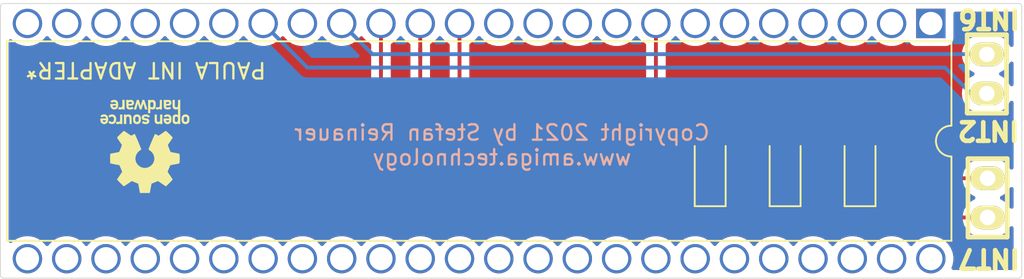
<source format=kicad_pcb>
(kicad_pcb (version 20171130) (host pcbnew 5.1.9-73d0e3b20d~88~ubuntu20.10.1)

  (general
    (thickness 1.6)
    (drawings 13)
    (tracks 46)
    (zones 0)
    (modules 7)
    (nets 50)
  )

  (page A4)
  (layers
    (0 F.Cu signal)
    (31 B.Cu signal)
    (32 B.Adhes user)
    (33 F.Adhes user)
    (34 B.Paste user)
    (35 F.Paste user)
    (36 B.SilkS user)
    (37 F.SilkS user)
    (38 B.Mask user)
    (39 F.Mask user)
    (40 Dwgs.User user)
    (41 Cmts.User user)
    (42 Eco1.User user)
    (43 Eco2.User user)
    (44 Edge.Cuts user)
    (45 Margin user)
    (46 B.CrtYd user)
    (47 F.CrtYd user)
    (48 B.Fab user)
    (49 F.Fab user)
  )

  (setup
    (last_trace_width 0.25)
    (trace_clearance 0.2)
    (zone_clearance 0.508)
    (zone_45_only no)
    (trace_min 0.2)
    (via_size 0.8)
    (via_drill 0.4)
    (via_min_size 0.4)
    (via_min_drill 0.3)
    (uvia_size 0.3)
    (uvia_drill 0.1)
    (uvias_allowed no)
    (uvia_min_size 0.2)
    (uvia_min_drill 0.1)
    (edge_width 0.05)
    (segment_width 0.2)
    (pcb_text_width 0.3)
    (pcb_text_size 1.5 1.5)
    (mod_edge_width 0.12)
    (mod_text_size 1 1)
    (mod_text_width 0.15)
    (pad_size 1.9 1.9)
    (pad_drill 1.5)
    (pad_to_mask_clearance 0)
    (aux_axis_origin 0 0)
    (visible_elements FFFFFF7F)
    (pcbplotparams
      (layerselection 0x010fc_ffffffff)
      (usegerberextensions true)
      (usegerberattributes true)
      (usegerberadvancedattributes true)
      (creategerberjobfile true)
      (excludeedgelayer true)
      (linewidth 0.100000)
      (plotframeref false)
      (viasonmask false)
      (mode 1)
      (useauxorigin false)
      (hpglpennumber 1)
      (hpglpenspeed 20)
      (hpglpendiameter 15.000000)
      (psnegative false)
      (psa4output false)
      (plotreference true)
      (plotvalue true)
      (plotinvisibletext false)
      (padsonsilk false)
      (subtractmaskfromsilk false)
      (outputformat 1)
      (mirror false)
      (drillshape 0)
      (scaleselection 1)
      (outputdirectory "paula_gerber/"))
  )

  (net 0 "")
  (net 1 "Net-(D1-Pad2)")
  (net 2 "Net-(D1-Pad1)")
  (net 3 "Net-(D2-Pad2)")
  (net 4 "Net-(D3-Pad2)")
  (net 5 "Net-(J1-Pad1)")
  (net 6 "Net-(J2-Pad2)")
  (net 7 "Net-(J2-Pad1)")
  (net 8 "Net-(U?1-Pad48)")
  (net 9 "Net-(U?1-Pad24)")
  (net 10 "Net-(U?1-Pad47)")
  (net 11 "Net-(U?1-Pad23)")
  (net 12 "Net-(U?1-Pad46)")
  (net 13 "Net-(U?1-Pad22)")
  (net 14 "Net-(U?1-Pad45)")
  (net 15 "Net-(U?1-Pad21)")
  (net 16 "Net-(U?1-Pad44)")
  (net 17 "Net-(U?1-Pad20)")
  (net 18 "Net-(U?1-Pad43)")
  (net 19 "Net-(U?1-Pad19)")
  (net 20 "Net-(U?1-Pad42)")
  (net 21 "Net-(U?1-Pad41)")
  (net 22 "Net-(U?1-Pad17)")
  (net 23 "Net-(U?1-Pad40)")
  (net 24 "Net-(U?1-Pad39)")
  (net 25 "Net-(U?1-Pad38)")
  (net 26 "Net-(U?1-Pad37)")
  (net 27 "Net-(U?1-Pad36)")
  (net 28 "Net-(U?1-Pad12)")
  (net 29 "Net-(U?1-Pad35)")
  (net 30 "Net-(U?1-Pad11)")
  (net 31 "Net-(U?1-Pad34)")
  (net 32 "Net-(U?1-Pad10)")
  (net 33 "Net-(U?1-Pad33)")
  (net 34 "Net-(U?1-Pad9)")
  (net 35 "Net-(U?1-Pad32)")
  (net 36 "Net-(U?1-Pad31)")
  (net 37 "Net-(U?1-Pad7)")
  (net 38 "Net-(U?1-Pad30)")
  (net 39 "Net-(U?1-Pad6)")
  (net 40 "Net-(U?1-Pad29)")
  (net 41 "Net-(U?1-Pad5)")
  (net 42 "Net-(U?1-Pad28)")
  (net 43 "Net-(U?1-Pad4)")
  (net 44 "Net-(U?1-Pad3)")
  (net 45 "Net-(U?1-Pad26)")
  (net 46 "Net-(U?1-Pad2)")
  (net 47 "Net-(U?1-Pad25)")
  (net 48 "Net-(U?1-Pad1)")
  (net 49 "Net-(U?1-Pad27)")

  (net_class Default "This is the default net class."
    (clearance 0.2)
    (trace_width 0.25)
    (via_dia 0.8)
    (via_drill 0.4)
    (uvia_dia 0.3)
    (uvia_drill 0.1)
    (add_net "Net-(D1-Pad1)")
    (add_net "Net-(D1-Pad2)")
    (add_net "Net-(D2-Pad2)")
    (add_net "Net-(D3-Pad2)")
    (add_net "Net-(J1-Pad1)")
    (add_net "Net-(J2-Pad1)")
    (add_net "Net-(J2-Pad2)")
    (add_net "Net-(U?1-Pad1)")
    (add_net "Net-(U?1-Pad10)")
    (add_net "Net-(U?1-Pad11)")
    (add_net "Net-(U?1-Pad12)")
    (add_net "Net-(U?1-Pad17)")
    (add_net "Net-(U?1-Pad19)")
    (add_net "Net-(U?1-Pad2)")
    (add_net "Net-(U?1-Pad20)")
    (add_net "Net-(U?1-Pad21)")
    (add_net "Net-(U?1-Pad22)")
    (add_net "Net-(U?1-Pad23)")
    (add_net "Net-(U?1-Pad24)")
    (add_net "Net-(U?1-Pad25)")
    (add_net "Net-(U?1-Pad26)")
    (add_net "Net-(U?1-Pad27)")
    (add_net "Net-(U?1-Pad28)")
    (add_net "Net-(U?1-Pad29)")
    (add_net "Net-(U?1-Pad3)")
    (add_net "Net-(U?1-Pad30)")
    (add_net "Net-(U?1-Pad31)")
    (add_net "Net-(U?1-Pad32)")
    (add_net "Net-(U?1-Pad33)")
    (add_net "Net-(U?1-Pad34)")
    (add_net "Net-(U?1-Pad35)")
    (add_net "Net-(U?1-Pad36)")
    (add_net "Net-(U?1-Pad37)")
    (add_net "Net-(U?1-Pad38)")
    (add_net "Net-(U?1-Pad39)")
    (add_net "Net-(U?1-Pad4)")
    (add_net "Net-(U?1-Pad40)")
    (add_net "Net-(U?1-Pad41)")
    (add_net "Net-(U?1-Pad42)")
    (add_net "Net-(U?1-Pad43)")
    (add_net "Net-(U?1-Pad44)")
    (add_net "Net-(U?1-Pad45)")
    (add_net "Net-(U?1-Pad46)")
    (add_net "Net-(U?1-Pad47)")
    (add_net "Net-(U?1-Pad48)")
    (add_net "Net-(U?1-Pad5)")
    (add_net "Net-(U?1-Pad6)")
    (add_net "Net-(U?1-Pad7)")
    (add_net "Net-(U?1-Pad9)")
  )

  (module KiCad/kicad-footprints/Package_DIP.pretty:DIP-48_W15.24mm (layer F.Cu) (tedit 603C726E) (tstamp 601CD3A7)
    (at 117.82 41.83 270)
    (descr "48-lead though-hole mounted DIP package, row spacing 15.24 mm (600 mils)")
    (tags "THT DIP DIL PDIP 2.54mm 15.24mm 600mil")
    (path /601B4B1B)
    (fp_text reference U?1 (at 7.62 -2.33 270) (layer F.SilkS) hide
      (effects (font (size 1 1) (thickness 0.15)))
    )
    (fp_text value PAULA (at 7.61 60.39 270) (layer F.Fab) hide
      (effects (font (size 1 1) (thickness 0.15)))
    )
    (fp_line (start 1.255 -1.27) (end 14.985 -1.27) (layer F.Fab) (width 0.1))
    (fp_line (start 14.985 -1.27) (end 14.985 59.69) (layer F.Fab) (width 0.1))
    (fp_line (start 14.985 59.69) (end 0.255 59.69) (layer F.Fab) (width 0.1))
    (fp_line (start 0.255 59.69) (end 0.255 -0.27) (layer F.Fab) (width 0.1))
    (fp_line (start 0.255 -0.27) (end 1.255 -1.27) (layer F.Fab) (width 0.1))
    (fp_line (start 6.62 -1.33) (end 1.16 -1.33) (layer F.SilkS) (width 0.12))
    (fp_line (start 1.16 -1.33) (end 1.16 59.75) (layer F.SilkS) (width 0.12))
    (fp_line (start 1.16 59.75) (end 14.08 59.75) (layer F.SilkS) (width 0.12))
    (fp_line (start 14.08 59.75) (end 14.08 -1.33) (layer F.SilkS) (width 0.12))
    (fp_line (start 14.08 -1.33) (end 8.62 -1.33) (layer F.SilkS) (width 0.12))
    (fp_line (start -1.05 -1.55) (end -1.05 59.95) (layer F.CrtYd) (width 0.05))
    (fp_line (start -1.05 59.95) (end 16.3 59.95) (layer F.CrtYd) (width 0.05))
    (fp_line (start 16.3 59.95) (end 16.3 -1.55) (layer F.CrtYd) (width 0.05))
    (fp_line (start 16.3 -1.55) (end -1.05 -1.55) (layer F.CrtYd) (width 0.05))
    (fp_text user PAULA (at 7.62 29.21) (layer F.Fab)
      (effects (font (size 1 1) (thickness 0.15)))
    )
    (fp_arc (start 7.62 -1.33) (end 6.62 -1.33) (angle -180) (layer F.SilkS) (width 0.12))
    (pad 48 thru_hole oval (at 15.24 0 270) (size 1.9 1.9) (drill 1.5) (layers *.Cu *.Mask)
      (net 8 "Net-(U?1-Pad48)"))
    (pad 24 thru_hole oval (at 0 58.42 270) (size 1.9 1.9) (drill 1.5) (layers *.Cu *.Mask)
      (net 9 "Net-(U?1-Pad24)"))
    (pad 47 thru_hole oval (at 15.24 2.54 270) (size 1.9 1.9) (drill 1.5) (layers *.Cu *.Mask)
      (net 10 "Net-(U?1-Pad47)"))
    (pad 23 thru_hole oval (at 0 55.88 270) (size 1.9 1.9) (drill 1.5) (layers *.Cu *.Mask)
      (net 11 "Net-(U?1-Pad23)"))
    (pad 46 thru_hole oval (at 15.24 5.08 270) (size 1.9 1.9) (drill 1.5) (layers *.Cu *.Mask)
      (net 12 "Net-(U?1-Pad46)"))
    (pad 22 thru_hole oval (at 0 53.34 270) (size 1.9 1.9) (drill 1.5) (layers *.Cu *.Mask)
      (net 13 "Net-(U?1-Pad22)"))
    (pad 45 thru_hole oval (at 15.24 7.62 270) (size 1.9 1.9) (drill 1.5) (layers *.Cu *.Mask)
      (net 14 "Net-(U?1-Pad45)"))
    (pad 21 thru_hole oval (at 0 50.8 270) (size 1.9 1.9) (drill 1.5) (layers *.Cu *.Mask)
      (net 15 "Net-(U?1-Pad21)"))
    (pad 44 thru_hole oval (at 15.24 10.16 270) (size 1.9 1.9) (drill 1.5) (layers *.Cu *.Mask)
      (net 16 "Net-(U?1-Pad44)"))
    (pad 20 thru_hole oval (at 0 48.26 270) (size 1.9 1.9) (drill 1.5) (layers *.Cu *.Mask)
      (net 17 "Net-(U?1-Pad20)"))
    (pad 43 thru_hole oval (at 15.24 12.7 270) (size 1.9 1.9) (drill 1.5) (layers *.Cu *.Mask)
      (net 18 "Net-(U?1-Pad43)"))
    (pad 19 thru_hole oval (at 0 45.72 270) (size 1.9 1.9) (drill 1.5) (layers *.Cu *.Mask)
      (net 19 "Net-(U?1-Pad19)"))
    (pad 42 thru_hole oval (at 15.24 15.24 270) (size 1.9 1.9) (drill 1.5) (layers *.Cu *.Mask)
      (net 20 "Net-(U?1-Pad42)"))
    (pad 18 thru_hole oval (at 0 43.18 270) (size 1.9 1.9) (drill 1.5) (layers *.Cu *.Mask)
      (net 7 "Net-(J2-Pad1)"))
    (pad 41 thru_hole oval (at 15.24 17.78 270) (size 1.9 1.9) (drill 1.5) (layers *.Cu *.Mask)
      (net 21 "Net-(U?1-Pad41)"))
    (pad 17 thru_hole oval (at 0 40.64 270) (size 1.9 1.9) (drill 1.5) (layers *.Cu *.Mask)
      (net 22 "Net-(U?1-Pad17)"))
    (pad 40 thru_hole oval (at 15.24 20.32 270) (size 1.9 1.9) (drill 1.5) (layers *.Cu *.Mask)
      (net 23 "Net-(U?1-Pad40)"))
    (pad 16 thru_hole oval (at 0 38.1 270) (size 1.9 1.9) (drill 1.5) (layers *.Cu *.Mask)
      (net 6 "Net-(J2-Pad2)"))
    (pad 39 thru_hole oval (at 15.24 22.86 270) (size 1.9 1.9) (drill 1.5) (layers *.Cu *.Mask)
      (net 24 "Net-(U?1-Pad39)"))
    (pad 15 thru_hole oval (at 0 35.56 270) (size 1.9 1.9) (drill 1.5) (layers *.Cu *.Mask)
      (net 4 "Net-(D3-Pad2)"))
    (pad 38 thru_hole oval (at 15.24 25.4 270) (size 1.9 1.9) (drill 1.5) (layers *.Cu *.Mask)
      (net 25 "Net-(U?1-Pad38)"))
    (pad 14 thru_hole oval (at 0 33.02 270) (size 1.9 1.9) (drill 1.5) (layers *.Cu *.Mask)
      (net 3 "Net-(D2-Pad2)"))
    (pad 37 thru_hole oval (at 15.24 27.94 270) (size 1.9 1.9) (drill 1.5) (layers *.Cu *.Mask)
      (net 26 "Net-(U?1-Pad37)"))
    (pad 13 thru_hole oval (at 0 30.48 270) (size 1.9 1.9) (drill 1.5) (layers *.Cu *.Mask)
      (net 1 "Net-(D1-Pad2)"))
    (pad 36 thru_hole oval (at 15.24 30.48 270) (size 1.9 1.9) (drill 1.5) (layers *.Cu *.Mask)
      (net 27 "Net-(U?1-Pad36)"))
    (pad 12 thru_hole oval (at 0 27.94 270) (size 1.9 1.9) (drill 1.5) (layers *.Cu *.Mask)
      (net 28 "Net-(U?1-Pad12)"))
    (pad 35 thru_hole oval (at 15.24 33.02 270) (size 1.9 1.9) (drill 1.5) (layers *.Cu *.Mask)
      (net 29 "Net-(U?1-Pad35)"))
    (pad 11 thru_hole oval (at 0 25.4 270) (size 1.9 1.9) (drill 1.5) (layers *.Cu *.Mask)
      (net 30 "Net-(U?1-Pad11)"))
    (pad 34 thru_hole oval (at 15.24 35.56 270) (size 1.9 1.9) (drill 1.5) (layers *.Cu *.Mask)
      (net 31 "Net-(U?1-Pad34)"))
    (pad 10 thru_hole oval (at 0 22.86 270) (size 1.9 1.9) (drill 1.5) (layers *.Cu *.Mask)
      (net 32 "Net-(U?1-Pad10)"))
    (pad 33 thru_hole oval (at 15.24 38.1 270) (size 1.9 1.9) (drill 1.5) (layers *.Cu *.Mask)
      (net 33 "Net-(U?1-Pad33)"))
    (pad 9 thru_hole oval (at 0 20.32 270) (size 1.9 1.9) (drill 1.5) (layers *.Cu *.Mask)
      (net 34 "Net-(U?1-Pad9)"))
    (pad 32 thru_hole oval (at 15.24 40.64 270) (size 1.9 1.9) (drill 1.5) (layers *.Cu *.Mask)
      (net 35 "Net-(U?1-Pad32)"))
    (pad 8 thru_hole oval (at 0 17.78 270) (size 1.9 1.9) (drill 1.5) (layers *.Cu *.Mask)
      (net 5 "Net-(J1-Pad1)"))
    (pad 31 thru_hole oval (at 15.24 43.18 270) (size 1.9 1.9) (drill 1.5) (layers *.Cu *.Mask)
      (net 36 "Net-(U?1-Pad31)"))
    (pad 7 thru_hole oval (at 0 15.24 270) (size 1.9 1.9) (drill 1.5) (layers *.Cu *.Mask)
      (net 37 "Net-(U?1-Pad7)"))
    (pad 30 thru_hole oval (at 15.24 45.72 270) (size 1.9 1.9) (drill 1.5) (layers *.Cu *.Mask)
      (net 38 "Net-(U?1-Pad30)"))
    (pad 6 thru_hole oval (at 0 12.7 270) (size 1.9 1.9) (drill 1.5) (layers *.Cu *.Mask)
      (net 39 "Net-(U?1-Pad6)"))
    (pad 29 thru_hole oval (at 15.24 48.26 270) (size 1.9 1.9) (drill 1.5) (layers *.Cu *.Mask)
      (net 40 "Net-(U?1-Pad29)"))
    (pad 5 thru_hole oval (at 0 10.16 270) (size 1.9 1.9) (drill 1.5) (layers *.Cu *.Mask)
      (net 41 "Net-(U?1-Pad5)"))
    (pad 28 thru_hole oval (at 15.24 50.8 270) (size 1.9 1.9) (drill 1.5) (layers *.Cu *.Mask)
      (net 42 "Net-(U?1-Pad28)"))
    (pad 4 thru_hole oval (at 0 7.62 270) (size 1.9 1.9) (drill 1.5) (layers *.Cu *.Mask)
      (net 43 "Net-(U?1-Pad4)"))
    (pad 27 thru_hole oval (at 15.24 53.34 270) (size 1.9 1.9) (drill 1.5) (layers *.Cu *.Mask)
      (net 49 "Net-(U?1-Pad27)"))
    (pad 3 thru_hole oval (at 0 5.08 270) (size 1.9 1.9) (drill 1.5) (layers *.Cu *.Mask)
      (net 44 "Net-(U?1-Pad3)"))
    (pad 26 thru_hole oval (at 15.24 55.88 270) (size 1.9 1.9) (drill 1.5) (layers *.Cu *.Mask)
      (net 45 "Net-(U?1-Pad26)"))
    (pad 2 thru_hole oval (at 0 2.54 270) (size 1.9 1.9) (drill 1.5) (layers *.Cu *.Mask)
      (net 46 "Net-(U?1-Pad2)"))
    (pad 25 thru_hole oval (at 15.24 58.42 270) (size 1.9 1.9) (drill 1.5) (layers *.Cu *.Mask)
      (net 47 "Net-(U?1-Pad25)"))
    (pad 1 thru_hole rect (at 0 0 270) (size 1.9 1.9) (drill 1.5) (layers *.Cu *.Mask)
      (net 48 "Net-(U?1-Pad1)"))
    (model ${KISYS3DMOD}/Package_DIP.3dshapes/DIP-48_W15.24mm.wrl
      (at (xyz 0 0 0))
      (scale (xyz 1 1 1))
      (rotate (xyz 0 0 0))
    )
  )

  (module KiCad/kicad-footprints/Symbol.pretty:OSHW-Logo_5.7x6mm_SilkScreen (layer F.Cu) (tedit 0) (tstamp 601CFF7D)
    (at 67 49.8 180)
    (descr "Open Source Hardware Logo")
    (tags "Logo OSHW")
    (attr virtual)
    (fp_text reference REF** (at 0 0) (layer F.SilkS) hide
      (effects (font (size 1 1) (thickness 0.15)))
    )
    (fp_text value OSHW-Logo_5.7x6mm_SilkScreen (at 0.75 0) (layer F.Fab) hide
      (effects (font (size 1 1) (thickness 0.15)))
    )
    (fp_poly (pts (xy -1.908759 1.469184) (xy -1.882247 1.482282) (xy -1.849553 1.505106) (xy -1.825725 1.529996)
      (xy -1.809406 1.561249) (xy -1.79924 1.603166) (xy -1.793872 1.660044) (xy -1.791944 1.736184)
      (xy -1.791831 1.768917) (xy -1.792161 1.840656) (xy -1.793527 1.891927) (xy -1.7965 1.927404)
      (xy -1.801649 1.951763) (xy -1.809543 1.96968) (xy -1.817757 1.981902) (xy -1.870187 2.033905)
      (xy -1.93193 2.065184) (xy -1.998536 2.074592) (xy -2.065558 2.06098) (xy -2.086792 2.051354)
      (xy -2.137624 2.024859) (xy -2.137624 2.440052) (xy -2.100525 2.420868) (xy -2.051643 2.406025)
      (xy -1.991561 2.402222) (xy -1.931564 2.409243) (xy -1.886256 2.425013) (xy -1.848675 2.455047)
      (xy -1.816564 2.498024) (xy -1.81415 2.502436) (xy -1.803967 2.523221) (xy -1.79653 2.54417)
      (xy -1.791411 2.569548) (xy -1.788181 2.603618) (xy -1.786413 2.650641) (xy -1.785677 2.714882)
      (xy -1.785544 2.787176) (xy -1.785544 3.017822) (xy -1.923861 3.017822) (xy -1.923861 2.592533)
      (xy -1.962549 2.559979) (xy -2.002738 2.53394) (xy -2.040797 2.529205) (xy -2.079066 2.541389)
      (xy -2.099462 2.55332) (xy -2.114642 2.570313) (xy -2.125438 2.595995) (xy -2.132683 2.633991)
      (xy -2.137208 2.687926) (xy -2.139844 2.761425) (xy -2.140772 2.810347) (xy -2.143911 3.011535)
      (xy -2.209926 3.015336) (xy -2.27594 3.019136) (xy -2.27594 1.77065) (xy -2.137624 1.77065)
      (xy -2.134097 1.840254) (xy -2.122215 1.888569) (xy -2.10002 1.918631) (xy -2.065559 1.933471)
      (xy -2.030742 1.936436) (xy -1.991329 1.933028) (xy -1.965171 1.919617) (xy -1.948814 1.901896)
      (xy -1.935937 1.882835) (xy -1.928272 1.861601) (xy -1.924861 1.831849) (xy -1.924749 1.787236)
      (xy -1.925897 1.74988) (xy -1.928532 1.693604) (xy -1.932456 1.656658) (xy -1.939063 1.633223)
      (xy -1.949749 1.61748) (xy -1.959833 1.60838) (xy -2.00197 1.588537) (xy -2.05184 1.585332)
      (xy -2.080476 1.592168) (xy -2.108828 1.616464) (xy -2.127609 1.663728) (xy -2.136712 1.733624)
      (xy -2.137624 1.77065) (xy -2.27594 1.77065) (xy -2.27594 1.458614) (xy -2.206782 1.458614)
      (xy -2.16526 1.460256) (xy -2.143838 1.466087) (xy -2.137626 1.477461) (xy -2.137624 1.477798)
      (xy -2.134742 1.488938) (xy -2.12203 1.487673) (xy -2.096757 1.475433) (xy -2.037869 1.456707)
      (xy -1.971615 1.454739) (xy -1.908759 1.469184)) (layer F.SilkS) (width 0.01))
    (fp_poly (pts (xy -1.38421 2.406555) (xy -1.325055 2.422339) (xy -1.280023 2.450948) (xy -1.248246 2.488419)
      (xy -1.238366 2.504411) (xy -1.231073 2.521163) (xy -1.225974 2.542592) (xy -1.222679 2.572616)
      (xy -1.220797 2.615154) (xy -1.219937 2.674122) (xy -1.219707 2.75344) (xy -1.219703 2.774484)
      (xy -1.219703 3.017822) (xy -1.280059 3.017822) (xy -1.318557 3.015126) (xy -1.347023 3.008295)
      (xy -1.354155 3.004083) (xy -1.373652 2.996813) (xy -1.393566 3.004083) (xy -1.426353 3.01316)
      (xy -1.473978 3.016813) (xy -1.526764 3.015228) (xy -1.575036 3.008589) (xy -1.603218 3.000072)
      (xy -1.657753 2.965063) (xy -1.691835 2.916479) (xy -1.707157 2.851882) (xy -1.707299 2.850223)
      (xy -1.705955 2.821566) (xy -1.584356 2.821566) (xy -1.573726 2.854161) (xy -1.55641 2.872505)
      (xy -1.521652 2.886379) (xy -1.475773 2.891917) (xy -1.428988 2.889191) (xy -1.391514 2.878274)
      (xy -1.381015 2.871269) (xy -1.362668 2.838904) (xy -1.35802 2.802111) (xy -1.35802 2.753763)
      (xy -1.427582 2.753763) (xy -1.493667 2.75885) (xy -1.543764 2.773263) (xy -1.574929 2.795729)
      (xy -1.584356 2.821566) (xy -1.705955 2.821566) (xy -1.703987 2.779647) (xy -1.68071 2.723845)
      (xy -1.636948 2.681647) (xy -1.630899 2.677808) (xy -1.604907 2.665309) (xy -1.572735 2.65774)
      (xy -1.52776 2.654061) (xy -1.474331 2.653216) (xy -1.35802 2.653169) (xy -1.35802 2.604411)
      (xy -1.362953 2.566581) (xy -1.375543 2.541236) (xy -1.377017 2.539887) (xy -1.405034 2.5288)
      (xy -1.447326 2.524503) (xy -1.494064 2.526615) (xy -1.535418 2.534756) (xy -1.559957 2.546965)
      (xy -1.573253 2.556746) (xy -1.587294 2.558613) (xy -1.606671 2.5506) (xy -1.635976 2.530739)
      (xy -1.679803 2.497063) (xy -1.683825 2.493909) (xy -1.681764 2.482236) (xy -1.664568 2.462822)
      (xy -1.638433 2.441248) (xy -1.609552 2.423096) (xy -1.600478 2.418809) (xy -1.56738 2.410256)
      (xy -1.51888 2.404155) (xy -1.464695 2.401708) (xy -1.462161 2.401703) (xy -1.38421 2.406555)) (layer F.SilkS) (width 0.01))
    (fp_poly (pts (xy -0.993356 2.40302) (xy -0.974539 2.40866) (xy -0.968473 2.421053) (xy -0.968218 2.426647)
      (xy -0.967129 2.44223) (xy -0.959632 2.444676) (xy -0.939381 2.433993) (xy -0.927351 2.426694)
      (xy -0.8894 2.411063) (xy -0.844072 2.403334) (xy -0.796544 2.40274) (xy -0.751995 2.408513)
      (xy -0.715602 2.419884) (xy -0.692543 2.436088) (xy -0.687996 2.456355) (xy -0.690291 2.461843)
      (xy -0.70702 2.484626) (xy -0.732963 2.512647) (xy -0.737655 2.517177) (xy -0.762383 2.538005)
      (xy -0.783718 2.544735) (xy -0.813555 2.540038) (xy -0.825508 2.536917) (xy -0.862705 2.529421)
      (xy -0.888859 2.532792) (xy -0.910946 2.544681) (xy -0.931178 2.560635) (xy -0.946079 2.5807)
      (xy -0.956434 2.608702) (xy -0.963029 2.648467) (xy -0.966649 2.703823) (xy -0.968078 2.778594)
      (xy -0.968218 2.82374) (xy -0.968218 3.017822) (xy -1.09396 3.017822) (xy -1.09396 2.401683)
      (xy -1.031089 2.401683) (xy -0.993356 2.40302)) (layer F.SilkS) (width 0.01))
    (fp_poly (pts (xy -0.201188 3.017822) (xy -0.270346 3.017822) (xy -0.310488 3.016645) (xy -0.331394 3.011772)
      (xy -0.338922 3.001186) (xy -0.339505 2.994029) (xy -0.340774 2.979676) (xy -0.348779 2.976923)
      (xy -0.369815 2.985771) (xy -0.386173 2.994029) (xy -0.448977 3.013597) (xy -0.517248 3.014729)
      (xy -0.572752 3.000135) (xy -0.624438 2.964877) (xy -0.663838 2.912835) (xy -0.685413 2.85145)
      (xy -0.685962 2.848018) (xy -0.689167 2.810571) (xy -0.690761 2.756813) (xy -0.690633 2.716155)
      (xy -0.553279 2.716155) (xy -0.550097 2.770194) (xy -0.542859 2.814735) (xy -0.53306 2.839888)
      (xy -0.495989 2.87426) (xy -0.451974 2.886582) (xy -0.406584 2.876618) (xy -0.367797 2.846895)
      (xy -0.353108 2.826905) (xy -0.344519 2.80305) (xy -0.340496 2.76823) (xy -0.339505 2.71593)
      (xy -0.341278 2.664139) (xy -0.345963 2.618634) (xy -0.352603 2.588181) (xy -0.35371 2.585452)
      (xy -0.380491 2.553) (xy -0.419579 2.535183) (xy -0.463315 2.532306) (xy -0.504038 2.544674)
      (xy -0.534087 2.572593) (xy -0.537204 2.578148) (xy -0.546961 2.612022) (xy -0.552277 2.660728)
      (xy -0.553279 2.716155) (xy -0.690633 2.716155) (xy -0.690568 2.69554) (xy -0.689664 2.662563)
      (xy -0.683514 2.580981) (xy -0.670733 2.51973) (xy -0.649471 2.474449) (xy -0.617878 2.440779)
      (xy -0.587207 2.421014) (xy -0.544354 2.40712) (xy -0.491056 2.402354) (xy -0.43648 2.406236)
      (xy -0.389792 2.418282) (xy -0.365124 2.432693) (xy -0.339505 2.455878) (xy -0.339505 2.162773)
      (xy -0.201188 2.162773) (xy -0.201188 3.017822)) (layer F.SilkS) (width 0.01))
    (fp_poly (pts (xy 0.281524 2.404237) (xy 0.331255 2.407971) (xy 0.461291 2.797773) (xy 0.481678 2.728614)
      (xy 0.493946 2.685874) (xy 0.510085 2.628115) (xy 0.527512 2.564625) (xy 0.536726 2.53057)
      (xy 0.571388 2.401683) (xy 0.714391 2.401683) (xy 0.671646 2.536857) (xy 0.650596 2.603342)
      (xy 0.625167 2.683539) (xy 0.59861 2.767193) (xy 0.574902 2.841782) (xy 0.520902 3.011535)
      (xy 0.462598 3.015328) (xy 0.404295 3.019122) (xy 0.372679 2.914734) (xy 0.353182 2.849889)
      (xy 0.331904 2.7784) (xy 0.313308 2.715263) (xy 0.312574 2.71275) (xy 0.298684 2.669969)
      (xy 0.286429 2.640779) (xy 0.277846 2.629741) (xy 0.276082 2.631018) (xy 0.269891 2.64813)
      (xy 0.258128 2.684787) (xy 0.242225 2.736378) (xy 0.223614 2.798294) (xy 0.213543 2.832352)
      (xy 0.159007 3.017822) (xy 0.043264 3.017822) (xy -0.049263 2.725471) (xy -0.075256 2.643462)
      (xy -0.098934 2.568987) (xy -0.11918 2.505544) (xy -0.134874 2.456632) (xy -0.144898 2.425749)
      (xy -0.147945 2.416726) (xy -0.145533 2.407487) (xy -0.126592 2.403441) (xy -0.087177 2.403846)
      (xy -0.081007 2.404152) (xy -0.007914 2.407971) (xy 0.039957 2.58401) (xy 0.057553 2.648211)
      (xy 0.073277 2.704649) (xy 0.085746 2.748422) (xy 0.093574 2.77463) (xy 0.09502 2.778903)
      (xy 0.101014 2.77399) (xy 0.113101 2.748532) (xy 0.129893 2.705997) (xy 0.150003 2.64985)
      (xy 0.167003 2.59913) (xy 0.231794 2.400504) (xy 0.281524 2.404237)) (layer F.SilkS) (width 0.01))
    (fp_poly (pts (xy 1.038411 2.405417) (xy 1.091411 2.41829) (xy 1.106731 2.42511) (xy 1.136428 2.442974)
      (xy 1.15922 2.463093) (xy 1.176083 2.488962) (xy 1.187998 2.524073) (xy 1.195942 2.57192)
      (xy 1.200894 2.635996) (xy 1.203831 2.719794) (xy 1.204947 2.775768) (xy 1.209052 3.017822)
      (xy 1.138932 3.017822) (xy 1.096393 3.016038) (xy 1.074476 3.009942) (xy 1.068812 2.999706)
      (xy 1.065821 2.988637) (xy 1.052451 2.990754) (xy 1.034233 2.999629) (xy 0.988624 3.013233)
      (xy 0.930007 3.016899) (xy 0.868354 3.010903) (xy 0.813638 2.995521) (xy 0.80873 2.993386)
      (xy 0.758723 2.958255) (xy 0.725756 2.909419) (xy 0.710587 2.852333) (xy 0.711746 2.831824)
      (xy 0.835508 2.831824) (xy 0.846413 2.859425) (xy 0.878745 2.879204) (xy 0.93091 2.889819)
      (xy 0.958787 2.891228) (xy 1.005247 2.88762) (xy 1.036129 2.873597) (xy 1.043664 2.866931)
      (xy 1.064076 2.830666) (xy 1.068812 2.797773) (xy 1.068812 2.753763) (xy 1.007513 2.753763)
      (xy 0.936256 2.757395) (xy 0.886276 2.768818) (xy 0.854696 2.788824) (xy 0.847626 2.797743)
      (xy 0.835508 2.831824) (xy 0.711746 2.831824) (xy 0.713971 2.792456) (xy 0.736663 2.735244)
      (xy 0.767624 2.69658) (xy 0.786376 2.679864) (xy 0.804733 2.668878) (xy 0.828619 2.66218)
      (xy 0.863957 2.658326) (xy 0.916669 2.655873) (xy 0.937577 2.655168) (xy 1.068812 2.650879)
      (xy 1.06862 2.611158) (xy 1.063537 2.569405) (xy 1.045162 2.544158) (xy 1.008039 2.52803)
      (xy 1.007043 2.527742) (xy 0.95441 2.5214) (xy 0.902906 2.529684) (xy 0.86463 2.549827)
      (xy 0.849272 2.559773) (xy 0.83273 2.558397) (xy 0.807275 2.543987) (xy 0.792328 2.533817)
      (xy 0.763091 2.512088) (xy 0.74498 2.4958) (xy 0.742074 2.491137) (xy 0.75404 2.467005)
      (xy 0.789396 2.438185) (xy 0.804753 2.428461) (xy 0.848901 2.411714) (xy 0.908398 2.402227)
      (xy 0.974487 2.400095) (xy 1.038411 2.405417)) (layer F.SilkS) (width 0.01))
    (fp_poly (pts (xy 1.635255 2.401486) (xy 1.683595 2.411015) (xy 1.711114 2.425125) (xy 1.740064 2.448568)
      (xy 1.698876 2.500571) (xy 1.673482 2.532064) (xy 1.656238 2.547428) (xy 1.639102 2.549776)
      (xy 1.614027 2.542217) (xy 1.602257 2.537941) (xy 1.55427 2.531631) (xy 1.510324 2.545156)
      (xy 1.47806 2.57571) (xy 1.472819 2.585452) (xy 1.467112 2.611258) (xy 1.462706 2.658817)
      (xy 1.459811 2.724758) (xy 1.458631 2.80571) (xy 1.458614 2.817226) (xy 1.458614 3.017822)
      (xy 1.320297 3.017822) (xy 1.320297 2.401683) (xy 1.389456 2.401683) (xy 1.429333 2.402725)
      (xy 1.450107 2.407358) (xy 1.457789 2.417849) (xy 1.458614 2.427745) (xy 1.458614 2.453806)
      (xy 1.491745 2.427745) (xy 1.529735 2.409965) (xy 1.58077 2.401174) (xy 1.635255 2.401486)) (layer F.SilkS) (width 0.01))
    (fp_poly (pts (xy 2.032581 2.40497) (xy 2.092685 2.420597) (xy 2.143021 2.452848) (xy 2.167393 2.47694)
      (xy 2.207345 2.533895) (xy 2.230242 2.599965) (xy 2.238108 2.681182) (xy 2.238148 2.687748)
      (xy 2.238218 2.753763) (xy 1.858264 2.753763) (xy 1.866363 2.788342) (xy 1.880987 2.819659)
      (xy 1.906581 2.852291) (xy 1.911935 2.8575) (xy 1.957943 2.885694) (xy 2.01041 2.890475)
      (xy 2.070803 2.871926) (xy 2.08104 2.866931) (xy 2.112439 2.851745) (xy 2.13347 2.843094)
      (xy 2.137139 2.842293) (xy 2.149948 2.850063) (xy 2.174378 2.869072) (xy 2.186779 2.87946)
      (xy 2.212476 2.903321) (xy 2.220915 2.919077) (xy 2.215058 2.933571) (xy 2.211928 2.937534)
      (xy 2.190725 2.954879) (xy 2.155738 2.975959) (xy 2.131337 2.988265) (xy 2.062072 3.009946)
      (xy 1.985388 3.016971) (xy 1.912765 3.008647) (xy 1.892426 3.002686) (xy 1.829476 2.968952)
      (xy 1.782815 2.917045) (xy 1.752173 2.846459) (xy 1.737282 2.756692) (xy 1.735647 2.709753)
      (xy 1.740421 2.641413) (xy 1.86099 2.641413) (xy 1.872652 2.646465) (xy 1.903998 2.650429)
      (xy 1.949571 2.652768) (xy 1.980446 2.653169) (xy 2.035981 2.652783) (xy 2.071033 2.650975)
      (xy 2.090262 2.646773) (xy 2.09833 2.639203) (xy 2.099901 2.628218) (xy 2.089121 2.594381)
      (xy 2.06198 2.56094) (xy 2.026277 2.535272) (xy 1.99056 2.524772) (xy 1.942048 2.534086)
      (xy 1.900053 2.561013) (xy 1.870936 2.599827) (xy 1.86099 2.641413) (xy 1.740421 2.641413)
      (xy 1.742599 2.610236) (xy 1.764055 2.530949) (xy 1.80047 2.471263) (xy 1.852297 2.430549)
      (xy 1.91999 2.408179) (xy 1.956662 2.403871) (xy 2.032581 2.40497)) (layer F.SilkS) (width 0.01))
    (fp_poly (pts (xy -2.538261 1.465148) (xy -2.472479 1.494231) (xy -2.42254 1.542793) (xy -2.388374 1.610908)
      (xy -2.369907 1.698651) (xy -2.368583 1.712351) (xy -2.367546 1.808939) (xy -2.380993 1.893602)
      (xy -2.408108 1.962221) (xy -2.422627 1.984294) (xy -2.473201 2.031011) (xy -2.537609 2.061268)
      (xy -2.609666 2.073824) (xy -2.683185 2.067439) (xy -2.739072 2.047772) (xy -2.787132 2.014629)
      (xy -2.826412 1.971175) (xy -2.827092 1.970158) (xy -2.843044 1.943338) (xy -2.85341 1.916368)
      (xy -2.859688 1.882332) (xy -2.863373 1.83431) (xy -2.864997 1.794931) (xy -2.865672 1.759219)
      (xy -2.739955 1.759219) (xy -2.738726 1.79477) (xy -2.734266 1.842094) (xy -2.726397 1.872465)
      (xy -2.712207 1.894072) (xy -2.698917 1.906694) (xy -2.651802 1.933122) (xy -2.602505 1.936653)
      (xy -2.556593 1.917639) (xy -2.533638 1.896331) (xy -2.517096 1.874859) (xy -2.507421 1.854313)
      (xy -2.503174 1.827574) (xy -2.50292 1.787523) (xy -2.504228 1.750638) (xy -2.507043 1.697947)
      (xy -2.511505 1.663772) (xy -2.519548 1.64148) (xy -2.533103 1.624442) (xy -2.543845 1.614703)
      (xy -2.588777 1.589123) (xy -2.637249 1.587847) (xy -2.677894 1.602999) (xy -2.712567 1.634642)
      (xy -2.733224 1.68662) (xy -2.739955 1.759219) (xy -2.865672 1.759219) (xy -2.866479 1.716621)
      (xy -2.863948 1.658056) (xy -2.856362 1.614007) (xy -2.842681 1.579248) (xy -2.821865 1.548551)
      (xy -2.814147 1.539436) (xy -2.765889 1.494021) (xy -2.714128 1.467493) (xy -2.650828 1.456379)
      (xy -2.619961 1.455471) (xy -2.538261 1.465148)) (layer F.SilkS) (width 0.01))
    (fp_poly (pts (xy -1.356699 1.472614) (xy -1.344168 1.478514) (xy -1.300799 1.510283) (xy -1.25979 1.556646)
      (xy -1.229168 1.607696) (xy -1.220459 1.631166) (xy -1.212512 1.673091) (xy -1.207774 1.723757)
      (xy -1.207199 1.744679) (xy -1.207129 1.810693) (xy -1.587083 1.810693) (xy -1.578983 1.845273)
      (xy -1.559104 1.88617) (xy -1.524347 1.921514) (xy -1.482998 1.944282) (xy -1.456649 1.94901)
      (xy -1.420916 1.943273) (xy -1.378282 1.928882) (xy -1.363799 1.922262) (xy -1.31024 1.895513)
      (xy -1.264533 1.930376) (xy -1.238158 1.953955) (xy -1.224124 1.973417) (xy -1.223414 1.979129)
      (xy -1.235951 1.992973) (xy -1.263428 2.014012) (xy -1.288366 2.030425) (xy -1.355664 2.05993)
      (xy -1.43111 2.073284) (xy -1.505888 2.069812) (xy -1.565495 2.051663) (xy -1.626941 2.012784)
      (xy -1.670608 1.961595) (xy -1.697926 1.895367) (xy -1.710322 1.811371) (xy -1.711421 1.772936)
      (xy -1.707022 1.684861) (xy -1.706482 1.682299) (xy -1.580582 1.682299) (xy -1.577115 1.690558)
      (xy -1.562863 1.695113) (xy -1.53347 1.697065) (xy -1.484575 1.697517) (xy -1.465748 1.697525)
      (xy -1.408467 1.696843) (xy -1.372141 1.694364) (xy -1.352604 1.689443) (xy -1.34569 1.681434)
      (xy -1.345445 1.678862) (xy -1.353336 1.658423) (xy -1.373085 1.629789) (xy -1.381575 1.619763)
      (xy -1.413094 1.591408) (xy -1.445949 1.580259) (xy -1.463651 1.579327) (xy -1.511539 1.590981)
      (xy -1.551699 1.622285) (xy -1.577173 1.667752) (xy -1.577625 1.669233) (xy -1.580582 1.682299)
      (xy -1.706482 1.682299) (xy -1.692392 1.61551) (xy -1.666038 1.560025) (xy -1.633807 1.520639)
      (xy -1.574217 1.477931) (xy -1.504168 1.455109) (xy -1.429661 1.453046) (xy -1.356699 1.472614)) (layer F.SilkS) (width 0.01))
    (fp_poly (pts (xy 0.014017 1.456452) (xy 0.061634 1.465482) (xy 0.111034 1.48437) (xy 0.116312 1.486777)
      (xy 0.153774 1.506476) (xy 0.179717 1.524781) (xy 0.188103 1.536508) (xy 0.180117 1.555632)
      (xy 0.16072 1.58385) (xy 0.15211 1.594384) (xy 0.116628 1.635847) (xy 0.070885 1.608858)
      (xy 0.02735 1.590878) (xy -0.02295 1.581267) (xy -0.071188 1.58066) (xy -0.108533 1.589691)
      (xy -0.117495 1.595327) (xy -0.134563 1.621171) (xy -0.136637 1.650941) (xy -0.123866 1.674197)
      (xy -0.116312 1.678708) (xy -0.093675 1.684309) (xy -0.053885 1.690892) (xy -0.004834 1.697183)
      (xy 0.004215 1.69817) (xy 0.082996 1.711798) (xy 0.140136 1.734946) (xy 0.17803 1.769752)
      (xy 0.199079 1.818354) (xy 0.205635 1.877718) (xy 0.196577 1.945198) (xy 0.167164 1.998188)
      (xy 0.117278 2.036783) (xy 0.0468 2.061081) (xy -0.031435 2.070667) (xy -0.095234 2.070552)
      (xy -0.146984 2.061845) (xy -0.182327 2.049825) (xy -0.226983 2.02888) (xy -0.268253 2.004574)
      (xy -0.282921 1.993876) (xy -0.320643 1.963084) (xy -0.275148 1.917049) (xy -0.229653 1.871013)
      (xy -0.177928 1.905243) (xy -0.126048 1.930952) (xy -0.070649 1.944399) (xy -0.017395 1.945818)
      (xy 0.028049 1.935443) (xy 0.060016 1.913507) (xy 0.070338 1.894998) (xy 0.068789 1.865314)
      (xy 0.04314 1.842615) (xy -0.00654 1.82694) (xy -0.060969 1.819695) (xy -0.144736 1.805873)
      (xy -0.206967 1.779796) (xy -0.248493 1.740699) (xy -0.270147 1.68782) (xy -0.273147 1.625126)
      (xy -0.258329 1.559642) (xy -0.224546 1.510144) (xy -0.171495 1.476408) (xy -0.098874 1.458207)
      (xy -0.045072 1.454639) (xy 0.014017 1.456452)) (layer F.SilkS) (width 0.01))
    (fp_poly (pts (xy 0.610762 1.466055) (xy 0.674363 1.500692) (xy 0.724123 1.555372) (xy 0.747568 1.599842)
      (xy 0.757634 1.639121) (xy 0.764156 1.695116) (xy 0.766951 1.759621) (xy 0.765836 1.824429)
      (xy 0.760626 1.881334) (xy 0.754541 1.911727) (xy 0.734014 1.953306) (xy 0.698463 1.997468)
      (xy 0.655619 2.036087) (xy 0.613211 2.061034) (xy 0.612177 2.06143) (xy 0.559553 2.072331)
      (xy 0.497188 2.072601) (xy 0.437924 2.062676) (xy 0.41504 2.054722) (xy 0.356102 2.0213)
      (xy 0.31389 1.977511) (xy 0.286156 1.919538) (xy 0.270651 1.843565) (xy 0.267143 1.803771)
      (xy 0.26759 1.753766) (xy 0.402376 1.753766) (xy 0.406917 1.826732) (xy 0.419986 1.882334)
      (xy 0.440756 1.917861) (xy 0.455552 1.92802) (xy 0.493464 1.935104) (xy 0.538527 1.933007)
      (xy 0.577487 1.922812) (xy 0.587704 1.917204) (xy 0.614659 1.884538) (xy 0.632451 1.834545)
      (xy 0.640024 1.773705) (xy 0.636325 1.708497) (xy 0.628057 1.669253) (xy 0.60432 1.623805)
      (xy 0.566849 1.595396) (xy 0.52172 1.585573) (xy 0.475011 1.595887) (xy 0.439132 1.621112)
      (xy 0.420277 1.641925) (xy 0.409272 1.662439) (xy 0.404026 1.690203) (xy 0.402449 1.732762)
      (xy 0.402376 1.753766) (xy 0.26759 1.753766) (xy 0.268094 1.69758) (xy 0.285388 1.610501)
      (xy 0.319029 1.54253) (xy 0.369018 1.493664) (xy 0.435356 1.463899) (xy 0.449601 1.460448)
      (xy 0.53521 1.452345) (xy 0.610762 1.466055)) (layer F.SilkS) (width 0.01))
    (fp_poly (pts (xy 0.993367 1.654342) (xy 0.994555 1.746563) (xy 0.998897 1.81661) (xy 1.007558 1.867381)
      (xy 1.021704 1.901772) (xy 1.0425 1.922679) (xy 1.07111 1.933) (xy 1.106535 1.935636)
      (xy 1.143636 1.932682) (xy 1.171818 1.921889) (xy 1.192243 1.90036) (xy 1.206079 1.865199)
      (xy 1.214491 1.81351) (xy 1.218643 1.742394) (xy 1.219703 1.654342) (xy 1.219703 1.458614)
      (xy 1.35802 1.458614) (xy 1.35802 2.062179) (xy 1.288862 2.062179) (xy 1.24717 2.060489)
      (xy 1.225701 2.054556) (xy 1.219703 2.043293) (xy 1.216091 2.033261) (xy 1.201714 2.035383)
      (xy 1.172736 2.04958) (xy 1.106319 2.07148) (xy 1.035875 2.069928) (xy 0.968377 2.046147)
      (xy 0.936233 2.027362) (xy 0.911715 2.007022) (xy 0.893804 1.981573) (xy 0.881479 1.947458)
      (xy 0.873723 1.901121) (xy 0.869516 1.839007) (xy 0.86784 1.757561) (xy 0.867624 1.694578)
      (xy 0.867624 1.458614) (xy 0.993367 1.458614) (xy 0.993367 1.654342)) (layer F.SilkS) (width 0.01))
    (fp_poly (pts (xy 2.217226 1.46388) (xy 2.29008 1.49483) (xy 2.313027 1.509895) (xy 2.342354 1.533048)
      (xy 2.360764 1.551253) (xy 2.363961 1.557183) (xy 2.354935 1.57034) (xy 2.331837 1.592667)
      (xy 2.313344 1.60825) (xy 2.262728 1.648926) (xy 2.22276 1.615295) (xy 2.191874 1.593584)
      (xy 2.161759 1.58609) (xy 2.127292 1.58792) (xy 2.072561 1.601528) (xy 2.034886 1.629772)
      (xy 2.011991 1.675433) (xy 2.001597 1.741289) (xy 2.001595 1.741331) (xy 2.002494 1.814939)
      (xy 2.016463 1.868946) (xy 2.044328 1.905716) (xy 2.063325 1.918168) (xy 2.113776 1.933673)
      (xy 2.167663 1.933683) (xy 2.214546 1.918638) (xy 2.225644 1.911287) (xy 2.253476 1.892511)
      (xy 2.275236 1.889434) (xy 2.298704 1.903409) (xy 2.324649 1.92851) (xy 2.365716 1.97088)
      (xy 2.320121 2.008464) (xy 2.249674 2.050882) (xy 2.170233 2.071785) (xy 2.087215 2.070272)
      (xy 2.032694 2.056411) (xy 1.96897 2.022135) (xy 1.918005 1.968212) (xy 1.894851 1.930149)
      (xy 1.876099 1.875536) (xy 1.866715 1.806369) (xy 1.866643 1.731407) (xy 1.875824 1.659409)
      (xy 1.894199 1.599137) (xy 1.897093 1.592958) (xy 1.939952 1.532351) (xy 1.997979 1.488224)
      (xy 2.066591 1.461493) (xy 2.141201 1.453073) (xy 2.217226 1.46388)) (layer F.SilkS) (width 0.01))
    (fp_poly (pts (xy 2.677898 1.456457) (xy 2.710096 1.464279) (xy 2.771825 1.492921) (xy 2.82461 1.536667)
      (xy 2.861141 1.589117) (xy 2.86616 1.600893) (xy 2.873045 1.63174) (xy 2.877864 1.677371)
      (xy 2.879505 1.723492) (xy 2.879505 1.810693) (xy 2.697178 1.810693) (xy 2.621979 1.810978)
      (xy 2.569003 1.812704) (xy 2.535325 1.817181) (xy 2.51802 1.82572) (xy 2.514163 1.83963)
      (xy 2.520829 1.860222) (xy 2.53277 1.884315) (xy 2.56608 1.924525) (xy 2.612368 1.944558)
      (xy 2.668944 1.943905) (xy 2.733031 1.922101) (xy 2.788417 1.895193) (xy 2.834375 1.931532)
      (xy 2.880333 1.967872) (xy 2.837096 2.007819) (xy 2.779374 2.045563) (xy 2.708386 2.06832)
      (xy 2.632029 2.074688) (xy 2.558199 2.063268) (xy 2.546287 2.059393) (xy 2.481399 2.025506)
      (xy 2.43313 1.974986) (xy 2.400465 1.906325) (xy 2.382385 1.818014) (xy 2.382175 1.816121)
      (xy 2.380556 1.719878) (xy 2.3871 1.685542) (xy 2.514852 1.685542) (xy 2.526584 1.690822)
      (xy 2.558438 1.694867) (xy 2.605397 1.697176) (xy 2.635154 1.697525) (xy 2.690648 1.697306)
      (xy 2.725346 1.695916) (xy 2.743601 1.692251) (xy 2.749766 1.68521) (xy 2.748195 1.67369)
      (xy 2.746878 1.669233) (xy 2.724382 1.627355) (xy 2.689003 1.593604) (xy 2.65778 1.578773)
      (xy 2.616301 1.579668) (xy 2.574269 1.598164) (xy 2.539012 1.628786) (xy 2.517854 1.666062)
      (xy 2.514852 1.685542) (xy 2.3871 1.685542) (xy 2.39669 1.635229) (xy 2.428698 1.564191)
      (xy 2.474701 1.508779) (xy 2.532821 1.471009) (xy 2.60118 1.452896) (xy 2.677898 1.456457)) (layer F.SilkS) (width 0.01))
    (fp_poly (pts (xy -0.754012 1.469002) (xy -0.722717 1.48395) (xy -0.692409 1.505541) (xy -0.669318 1.530391)
      (xy -0.6525 1.562087) (xy -0.641006 1.604214) (xy -0.633891 1.660358) (xy -0.630207 1.734106)
      (xy -0.629008 1.829044) (xy -0.628989 1.838985) (xy -0.628713 2.062179) (xy -0.76703 2.062179)
      (xy -0.76703 1.856418) (xy -0.767128 1.780189) (xy -0.767809 1.724939) (xy -0.769651 1.686501)
      (xy -0.773233 1.660706) (xy -0.779132 1.643384) (xy -0.787927 1.630368) (xy -0.80018 1.617507)
      (xy -0.843047 1.589873) (xy -0.889843 1.584745) (xy -0.934424 1.602217) (xy -0.949928 1.615221)
      (xy -0.96131 1.627447) (xy -0.969481 1.64054) (xy -0.974974 1.658615) (xy -0.97832 1.685787)
      (xy -0.980051 1.72617) (xy -0.980697 1.783879) (xy -0.980792 1.854132) (xy -0.980792 2.062179)
      (xy -1.119109 2.062179) (xy -1.119109 1.458614) (xy -1.04995 1.458614) (xy -1.008428 1.460256)
      (xy -0.987006 1.466087) (xy -0.980795 1.477461) (xy -0.980792 1.477798) (xy -0.97791 1.488938)
      (xy -0.965199 1.487674) (xy -0.939926 1.475434) (xy -0.882605 1.457424) (xy -0.817037 1.455421)
      (xy -0.754012 1.469002)) (layer F.SilkS) (width 0.01))
    (fp_poly (pts (xy 1.79946 1.45803) (xy 1.842711 1.471245) (xy 1.870558 1.487941) (xy 1.879629 1.501145)
      (xy 1.877132 1.516797) (xy 1.860931 1.541385) (xy 1.847232 1.5588) (xy 1.818992 1.590283)
      (xy 1.797775 1.603529) (xy 1.779688 1.602664) (xy 1.726035 1.58901) (xy 1.68663 1.58963)
      (xy 1.654632 1.605104) (xy 1.64389 1.614161) (xy 1.609505 1.646027) (xy 1.609505 2.062179)
      (xy 1.471188 2.062179) (xy 1.471188 1.458614) (xy 1.540347 1.458614) (xy 1.581869 1.460256)
      (xy 1.603291 1.466087) (xy 1.609502 1.477461) (xy 1.609505 1.477798) (xy 1.612439 1.489713)
      (xy 1.625704 1.488159) (xy 1.644084 1.479563) (xy 1.682046 1.463568) (xy 1.712872 1.453945)
      (xy 1.752536 1.451478) (xy 1.79946 1.45803)) (layer F.SilkS) (width 0.01))
    (fp_poly (pts (xy 0.376964 -2.709982) (xy 0.433812 -2.40843) (xy 0.853338 -2.235488) (xy 1.104984 -2.406605)
      (xy 1.175458 -2.45425) (xy 1.239163 -2.49679) (xy 1.293126 -2.532285) (xy 1.334373 -2.55879)
      (xy 1.359934 -2.574364) (xy 1.366895 -2.577722) (xy 1.379435 -2.569086) (xy 1.406231 -2.545208)
      (xy 1.44428 -2.509141) (xy 1.490579 -2.463933) (xy 1.542123 -2.412636) (xy 1.595909 -2.358299)
      (xy 1.648935 -2.303972) (xy 1.698195 -2.252705) (xy 1.740687 -2.207549) (xy 1.773407 -2.171554)
      (xy 1.793351 -2.14777) (xy 1.798119 -2.13981) (xy 1.791257 -2.125135) (xy 1.77202 -2.092986)
      (xy 1.74243 -2.046508) (xy 1.70451 -1.988844) (xy 1.660282 -1.92314) (xy 1.634654 -1.885664)
      (xy 1.587941 -1.817232) (xy 1.546432 -1.75548) (xy 1.51214 -1.703481) (xy 1.48708 -1.664308)
      (xy 1.473264 -1.641035) (xy 1.471188 -1.636145) (xy 1.475895 -1.622245) (xy 1.488723 -1.58985)
      (xy 1.507738 -1.543515) (xy 1.531003 -1.487794) (xy 1.556584 -1.427242) (xy 1.582545 -1.366414)
      (xy 1.60695 -1.309864) (xy 1.627863 -1.262148) (xy 1.643349 -1.227819) (xy 1.651472 -1.211432)
      (xy 1.651952 -1.210788) (xy 1.664707 -1.207659) (xy 1.698677 -1.200679) (xy 1.75034 -1.190533)
      (xy 1.816176 -1.177908) (xy 1.892664 -1.163491) (xy 1.93729 -1.155177) (xy 2.019021 -1.139616)
      (xy 2.092843 -1.124808) (xy 2.155021 -1.111564) (xy 2.201822 -1.100695) (xy 2.229509 -1.093011)
      (xy 2.235074 -1.090573) (xy 2.240526 -1.07407) (xy 2.244924 -1.0368) (xy 2.248272 -0.98312)
      (xy 2.250574 -0.917388) (xy 2.251832 -0.843963) (xy 2.252048 -0.767204) (xy 2.251227 -0.691468)
      (xy 2.249371 -0.621114) (xy 2.246482 -0.5605) (xy 2.242565 -0.513984) (xy 2.237622 -0.485925)
      (xy 2.234657 -0.480084) (xy 2.216934 -0.473083) (xy 2.179381 -0.463073) (xy 2.126964 -0.451231)
      (xy 2.064652 -0.438733) (xy 2.0429 -0.43469) (xy 1.938024 -0.41548) (xy 1.85518 -0.400009)
      (xy 1.79163 -0.387663) (xy 1.744637 -0.377827) (xy 1.711463 -0.369886) (xy 1.689371 -0.363224)
      (xy 1.675624 -0.357227) (xy 1.667484 -0.351281) (xy 1.666345 -0.350106) (xy 1.654977 -0.331174)
      (xy 1.637635 -0.294331) (xy 1.61605 -0.244087) (xy 1.591954 -0.184954) (xy 1.567079 -0.121444)
      (xy 1.543157 -0.058068) (xy 1.521919 0.000662) (xy 1.505097 0.050235) (xy 1.494422 0.086139)
      (xy 1.491627 0.103862) (xy 1.49186 0.104483) (xy 1.501331 0.11897) (xy 1.522818 0.150844)
      (xy 1.554063 0.196789) (xy 1.592807 0.253485) (xy 1.636793 0.317617) (xy 1.649319 0.335842)
      (xy 1.693984 0.401914) (xy 1.733288 0.4622) (xy 1.765088 0.513235) (xy 1.787245 0.55156)
      (xy 1.797617 0.573711) (xy 1.798119 0.576432) (xy 1.789405 0.590736) (xy 1.765325 0.619072)
      (xy 1.728976 0.658396) (xy 1.683453 0.705661) (xy 1.631852 0.757823) (xy 1.577267 0.811835)
      (xy 1.522794 0.864653) (xy 1.471529 0.913231) (xy 1.426567 0.954523) (xy 1.391004 0.985485)
      (xy 1.367935 1.00307) (xy 1.361554 1.005941) (xy 1.346699 0.999178) (xy 1.316286 0.980939)
      (xy 1.275268 0.954297) (xy 1.243709 0.932852) (xy 1.186525 0.893503) (xy 1.118806 0.847171)
      (xy 1.05088 0.800913) (xy 1.014361 0.776155) (xy 0.890752 0.692547) (xy 0.786991 0.74865)
      (xy 0.73972 0.773228) (xy 0.699523 0.792331) (xy 0.672326 0.803227) (xy 0.665402 0.804743)
      (xy 0.657077 0.793549) (xy 0.640654 0.761917) (xy 0.617357 0.712765) (xy 0.588414 0.64901)
      (xy 0.55505 0.573571) (xy 0.518491 0.489364) (xy 0.479964 0.399308) (xy 0.440694 0.306321)
      (xy 0.401908 0.21332) (xy 0.36483 0.123223) (xy 0.330689 0.038948) (xy 0.300708 -0.036587)
      (xy 0.276116 -0.100466) (xy 0.258136 -0.149769) (xy 0.247997 -0.181579) (xy 0.246366 -0.192504)
      (xy 0.259291 -0.206439) (xy 0.287589 -0.22906) (xy 0.325346 -0.255667) (xy 0.328515 -0.257772)
      (xy 0.4261 -0.335886) (xy 0.504786 -0.427018) (xy 0.563891 -0.528255) (xy 0.602732 -0.636682)
      (xy 0.620628 -0.749386) (xy 0.616897 -0.863452) (xy 0.590857 -0.975966) (xy 0.541825 -1.084015)
      (xy 0.5274 -1.107655) (xy 0.452369 -1.203113) (xy 0.36373 -1.279768) (xy 0.264549 -1.33722)
      (xy 0.157895 -1.375071) (xy 0.046836 -1.392922) (xy -0.065561 -1.390375) (xy -0.176227 -1.36703)
      (xy -0.282094 -1.32249) (xy -0.380095 -1.256355) (xy -0.41041 -1.229513) (xy -0.487562 -1.145488)
      (xy -0.543782 -1.057034) (xy -0.582347 -0.957885) (xy -0.603826 -0.859697) (xy -0.609128 -0.749303)
      (xy -0.591448 -0.63836) (xy -0.552581 -0.530619) (xy -0.494323 -0.429831) (xy -0.418469 -0.339744)
      (xy -0.326817 -0.264108) (xy -0.314772 -0.256136) (xy -0.276611 -0.230026) (xy -0.247601 -0.207405)
      (xy -0.233732 -0.192961) (xy -0.233531 -0.192504) (xy -0.236508 -0.176879) (xy -0.248311 -0.141418)
      (xy -0.267714 -0.089038) (xy -0.293488 -0.022655) (xy -0.324409 0.054814) (xy -0.359249 0.14045)
      (xy -0.396783 0.231337) (xy -0.435783 0.324559) (xy -0.475023 0.417197) (xy -0.513276 0.506335)
      (xy -0.549317 0.589055) (xy -0.581917 0.662441) (xy -0.609852 0.723575) (xy -0.631895 0.769541)
      (xy -0.646818 0.797421) (xy -0.652828 0.804743) (xy -0.671191 0.799041) (xy -0.705552 0.783749)
      (xy -0.749984 0.761599) (xy -0.774417 0.74865) (xy -0.878178 0.692547) (xy -1.001787 0.776155)
      (xy -1.064886 0.818987) (xy -1.13397 0.866122) (xy -1.198707 0.910503) (xy -1.231134 0.932852)
      (xy -1.276741 0.963477) (xy -1.31536 0.987747) (xy -1.341952 1.002587) (xy -1.35059 1.005724)
      (xy -1.363161 0.997261) (xy -1.390984 0.973636) (xy -1.431361 0.937302) (xy -1.481595 0.890711)
      (xy -1.538988 0.836317) (xy -1.575286 0.801392) (xy -1.63879 0.738996) (xy -1.693673 0.683188)
      (xy -1.737714 0.636354) (xy -1.768695 0.600882) (xy -1.784398 0.579161) (xy -1.785905 0.574752)
      (xy -1.778914 0.557985) (xy -1.759594 0.524082) (xy -1.730091 0.476476) (xy -1.692545 0.418599)
      (xy -1.6491 0.353884) (xy -1.636745 0.335842) (xy -1.591727 0.270267) (xy -1.55134 0.211228)
      (xy -1.51784 0.162042) (xy -1.493486 0.126028) (xy -1.480536 0.106502) (xy -1.479285 0.104483)
      (xy -1.481156 0.088922) (xy -1.491087 0.054709) (xy -1.507347 0.006355) (xy -1.528205 -0.051629)
      (xy -1.551927 -0.11473) (xy -1.576784 -0.178437) (xy -1.601042 -0.238239) (xy -1.622971 -0.289624)
      (xy -1.640838 -0.328081) (xy -1.652913 -0.349098) (xy -1.653771 -0.350106) (xy -1.661154 -0.356112)
      (xy -1.673625 -0.362052) (xy -1.69392 -0.36854) (xy -1.724778 -0.376191) (xy -1.768934 -0.38562)
      (xy -1.829126 -0.397441) (xy -1.908093 -0.412271) (xy -2.00857 -0.430723) (xy -2.030325 -0.43469)
      (xy -2.094802 -0.447147) (xy -2.151011 -0.459334) (xy -2.193987 -0.470074) (xy -2.21876 -0.478191)
      (xy -2.222082 -0.480084) (xy -2.227556 -0.496862) (xy -2.232006 -0.534355) (xy -2.235428 -0.588206)
      (xy -2.237819 -0.654056) (xy -2.239177 -0.727547) (xy -2.239499 -0.80432) (xy -2.238781 -0.880017)
      (xy -2.237021 -0.95028) (xy -2.234216 -1.01075) (xy -2.230362 -1.05707) (xy -2.225457 -1.084881)
      (xy -2.2225 -1.090573) (xy -2.206037 -1.096314) (xy -2.168551 -1.105655) (xy -2.113775 -1.117785)
      (xy -2.045445 -1.131893) (xy -1.967294 -1.14717) (xy -1.924716 -1.155177) (xy -1.843929 -1.170279)
      (xy -1.771887 -1.18396) (xy -1.712111 -1.195533) (xy -1.668121 -1.204313) (xy -1.643439 -1.209613)
      (xy -1.639377 -1.210788) (xy -1.632511 -1.224035) (xy -1.617998 -1.255943) (xy -1.597771 -1.301953)
      (xy -1.573766 -1.357508) (xy -1.547918 -1.418047) (xy -1.52216 -1.479014) (xy -1.498427 -1.535849)
      (xy -1.478654 -1.583994) (xy -1.464776 -1.61889) (xy -1.458726 -1.635979) (xy -1.458614 -1.636726)
      (xy -1.465472 -1.650207) (xy -1.484698 -1.68123) (xy -1.514272 -1.726711) (xy -1.552173 -1.783568)
      (xy -1.59638 -1.848717) (xy -1.622079 -1.886138) (xy -1.668907 -1.954753) (xy -1.710499 -2.017048)
      (xy -1.744825 -2.069871) (xy -1.769857 -2.110073) (xy -1.783565 -2.1345) (xy -1.785544 -2.139976)
      (xy -1.777034 -2.152722) (xy -1.753507 -2.179937) (xy -1.717968 -2.218572) (xy -1.673423 -2.265577)
      (xy -1.622877 -2.317905) (xy -1.569336 -2.372505) (xy -1.515805 -2.42633) (xy -1.465289 -2.47633)
      (xy -1.420794 -2.519457) (xy -1.385325 -2.552661) (xy -1.361887 -2.572894) (xy -1.354046 -2.577722)
      (xy -1.34128 -2.570933) (xy -1.310744 -2.551858) (xy -1.26541 -2.522439) (xy -1.208244 -2.484619)
      (xy -1.142216 -2.440339) (xy -1.09241 -2.406605) (xy -0.840764 -2.235488) (xy -0.631001 -2.321959)
      (xy -0.421237 -2.40843) (xy -0.364389 -2.709982) (xy -0.30754 -3.011534) (xy 0.320115 -3.011534)
      (xy 0.376964 -2.709982)) (layer F.SilkS) (width 0.01))
  )

  (module smisioto.eu/kicad_libs/modules/w_pin_strip.pretty:pin_strip_2 (layer F.Cu) (tedit 601B7342) (tstamp 601CD358)
    (at 121.49 53.13 270)
    (descr "Pin strip 2pin")
    (tags "CONN DEV")
    (path /6020F8A4)
    (fp_text reference J1 (at 0 -2.159 270) (layer F.SilkS) hide
      (effects (font (size 1.016 1.016) (thickness 0.2032)))
    )
    (fp_text value Conn_01x02 (at 0.254 -3.556 270) (layer F.SilkS) hide
      (effects (font (size 1.016 0.889) (thickness 0.2032)))
    )
    (fp_line (start 2.54 1.27) (end -2.54 1.27) (layer F.SilkS) (width 0.3048))
    (fp_line (start -2.54 -1.27) (end 2.54 -1.27) (layer F.SilkS) (width 0.3048))
    (fp_line (start -2.54 1.27) (end -2.54 -1.27) (layer F.SilkS) (width 0.3048))
    (fp_line (start 2.54 -1.27) (end 2.54 1.27) (layer F.SilkS) (width 0.3048))
    (pad 2 thru_hole oval (at 1.27 0 270) (size 1.524 2.19964) (drill 1.00076) (layers *.Cu *.Mask F.SilkS)
      (net 2 "Net-(D1-Pad1)"))
    (pad 1 thru_hole oval (at -1.27 0 270) (size 1.524 2.19964) (drill 1.00076) (layers *.Cu *.Mask F.SilkS)
      (net 5 "Net-(J1-Pad1)"))
    (model walter/pin_strip/pin_strip_2.wrl
      (at (xyz 0 0 0))
      (scale (xyz 1 1 1))
      (rotate (xyz 0 0 0))
    )
  )

  (module smisioto.eu/kicad_libs/modules/w_pin_strip.pretty:pin_strip_2 (layer F.Cu) (tedit 601B732A) (tstamp 601CD363)
    (at 121.44 45.1 90)
    (descr "Pin strip 2pin")
    (tags "CONN DEV")
    (path /6020EC0B)
    (fp_text reference J2 (at 0 -2.159 90) (layer F.SilkS) hide
      (effects (font (size 1.016 1.016) (thickness 0.2032)))
    )
    (fp_text value Conn_01x02 (at 0.254 -3.556 90) (layer F.SilkS) hide
      (effects (font (size 1.016 0.889) (thickness 0.2032)))
    )
    (fp_line (start 2.54 1.27) (end -2.54 1.27) (layer F.SilkS) (width 0.3048))
    (fp_line (start -2.54 -1.27) (end 2.54 -1.27) (layer F.SilkS) (width 0.3048))
    (fp_line (start -2.54 1.27) (end -2.54 -1.27) (layer F.SilkS) (width 0.3048))
    (fp_line (start 2.54 -1.27) (end 2.54 1.27) (layer F.SilkS) (width 0.3048))
    (pad 2 thru_hole oval (at 1.27 0 90) (size 1.524 2.19964) (drill 1.00076) (layers *.Cu *.Mask F.SilkS)
      (net 6 "Net-(J2-Pad2)"))
    (pad 1 thru_hole oval (at -1.27 0 90) (size 1.524 2.19964) (drill 1.00076) (layers *.Cu *.Mask F.SilkS)
      (net 7 "Net-(J2-Pad1)"))
    (model walter/pin_strip/pin_strip_2.wrl
      (at (xyz 0 0 0))
      (scale (xyz 1 1 1))
      (rotate (xyz 0 0 0))
    )
  )

  (module KiCad/kicad-footprints/Diode_SMD.pretty:D_SOD-123 (layer F.Cu) (tedit 58645DC7) (tstamp 601CD34D)
    (at 103.55 51.42 90)
    (descr SOD-123)
    (tags SOD-123)
    (path /601BE132)
    (attr smd)
    (fp_text reference D3 (at 0 -2 90) (layer F.SilkS) hide
      (effects (font (size 1 1) (thickness 0.15)))
    )
    (fp_text value 1N4148 (at 0 2.1 90) (layer F.Fab) hide
      (effects (font (size 1 1) (thickness 0.15)))
    )
    (fp_line (start -2.25 -1) (end -2.25 1) (layer F.SilkS) (width 0.12))
    (fp_line (start 0.25 0) (end 0.75 0) (layer F.Fab) (width 0.1))
    (fp_line (start 0.25 0.4) (end -0.35 0) (layer F.Fab) (width 0.1))
    (fp_line (start 0.25 -0.4) (end 0.25 0.4) (layer F.Fab) (width 0.1))
    (fp_line (start -0.35 0) (end 0.25 -0.4) (layer F.Fab) (width 0.1))
    (fp_line (start -0.35 0) (end -0.35 0.55) (layer F.Fab) (width 0.1))
    (fp_line (start -0.35 0) (end -0.35 -0.55) (layer F.Fab) (width 0.1))
    (fp_line (start -0.75 0) (end -0.35 0) (layer F.Fab) (width 0.1))
    (fp_line (start -1.4 0.9) (end -1.4 -0.9) (layer F.Fab) (width 0.1))
    (fp_line (start 1.4 0.9) (end -1.4 0.9) (layer F.Fab) (width 0.1))
    (fp_line (start 1.4 -0.9) (end 1.4 0.9) (layer F.Fab) (width 0.1))
    (fp_line (start -1.4 -0.9) (end 1.4 -0.9) (layer F.Fab) (width 0.1))
    (fp_line (start -2.35 -1.15) (end 2.35 -1.15) (layer F.CrtYd) (width 0.05))
    (fp_line (start 2.35 -1.15) (end 2.35 1.15) (layer F.CrtYd) (width 0.05))
    (fp_line (start 2.35 1.15) (end -2.35 1.15) (layer F.CrtYd) (width 0.05))
    (fp_line (start -2.35 -1.15) (end -2.35 1.15) (layer F.CrtYd) (width 0.05))
    (fp_line (start -2.25 1) (end 1.65 1) (layer F.SilkS) (width 0.12))
    (fp_line (start -2.25 -1) (end 1.65 -1) (layer F.SilkS) (width 0.12))
    (fp_text user %R (at 0 -2 90) (layer F.Fab)
      (effects (font (size 1 1) (thickness 0.15)))
    )
    (pad 2 smd rect (at 1.65 0 90) (size 0.9 1.2) (layers F.Cu F.Paste F.Mask)
      (net 4 "Net-(D3-Pad2)"))
    (pad 1 smd rect (at -1.65 0 90) (size 0.9 1.2) (layers F.Cu F.Paste F.Mask)
      (net 2 "Net-(D1-Pad1)"))
    (model ${KISYS3DMOD}/Diode_SMD.3dshapes/D_SOD-123.wrl
      (at (xyz 0 0 0))
      (scale (xyz 1 1 1))
      (rotate (xyz 0 0 0))
    )
  )

  (module KiCad/kicad-footprints/Diode_SMD.pretty:D_SOD-123 (layer F.Cu) (tedit 58645DC7) (tstamp 601CD334)
    (at 108.395 51.42 90)
    (descr SOD-123)
    (tags SOD-123)
    (path /601C0EC3)
    (attr smd)
    (fp_text reference D2 (at 0 -2 90) (layer F.SilkS) hide
      (effects (font (size 1 1) (thickness 0.15)))
    )
    (fp_text value 1N4148 (at 0 2.1 90) (layer F.Fab) hide
      (effects (font (size 1 1) (thickness 0.15)))
    )
    (fp_line (start -2.25 -1) (end -2.25 1) (layer F.SilkS) (width 0.12))
    (fp_line (start 0.25 0) (end 0.75 0) (layer F.Fab) (width 0.1))
    (fp_line (start 0.25 0.4) (end -0.35 0) (layer F.Fab) (width 0.1))
    (fp_line (start 0.25 -0.4) (end 0.25 0.4) (layer F.Fab) (width 0.1))
    (fp_line (start -0.35 0) (end 0.25 -0.4) (layer F.Fab) (width 0.1))
    (fp_line (start -0.35 0) (end -0.35 0.55) (layer F.Fab) (width 0.1))
    (fp_line (start -0.35 0) (end -0.35 -0.55) (layer F.Fab) (width 0.1))
    (fp_line (start -0.75 0) (end -0.35 0) (layer F.Fab) (width 0.1))
    (fp_line (start -1.4 0.9) (end -1.4 -0.9) (layer F.Fab) (width 0.1))
    (fp_line (start 1.4 0.9) (end -1.4 0.9) (layer F.Fab) (width 0.1))
    (fp_line (start 1.4 -0.9) (end 1.4 0.9) (layer F.Fab) (width 0.1))
    (fp_line (start -1.4 -0.9) (end 1.4 -0.9) (layer F.Fab) (width 0.1))
    (fp_line (start -2.35 -1.15) (end 2.35 -1.15) (layer F.CrtYd) (width 0.05))
    (fp_line (start 2.35 -1.15) (end 2.35 1.15) (layer F.CrtYd) (width 0.05))
    (fp_line (start 2.35 1.15) (end -2.35 1.15) (layer F.CrtYd) (width 0.05))
    (fp_line (start -2.35 -1.15) (end -2.35 1.15) (layer F.CrtYd) (width 0.05))
    (fp_line (start -2.25 1) (end 1.65 1) (layer F.SilkS) (width 0.12))
    (fp_line (start -2.25 -1) (end 1.65 -1) (layer F.SilkS) (width 0.12))
    (fp_text user %R (at 0 -2 90) (layer F.Fab)
      (effects (font (size 1 1) (thickness 0.15)))
    )
    (pad 2 smd rect (at 1.65 0 90) (size 0.9 1.2) (layers F.Cu F.Paste F.Mask)
      (net 3 "Net-(D2-Pad2)"))
    (pad 1 smd rect (at -1.65 0 90) (size 0.9 1.2) (layers F.Cu F.Paste F.Mask)
      (net 2 "Net-(D1-Pad1)"))
    (model ${KISYS3DMOD}/Diode_SMD.3dshapes/D_SOD-123.wrl
      (at (xyz 0 0 0))
      (scale (xyz 1 1 1))
      (rotate (xyz 0 0 0))
    )
  )

  (module KiCad/kicad-footprints/Diode_SMD.pretty:D_SOD-123 (layer F.Cu) (tedit 58645DC7) (tstamp 601CD31B)
    (at 113.24 51.42 90)
    (descr SOD-123)
    (tags SOD-123)
    (path /601C1AFA)
    (attr smd)
    (fp_text reference D1 (at 0 -2 90) (layer F.SilkS) hide
      (effects (font (size 1 1) (thickness 0.15)))
    )
    (fp_text value 1N4148 (at 0 2.1 90) (layer F.Fab) hide
      (effects (font (size 1 1) (thickness 0.15)))
    )
    (fp_line (start -2.25 -1) (end -2.25 1) (layer F.SilkS) (width 0.12))
    (fp_line (start 0.25 0) (end 0.75 0) (layer F.Fab) (width 0.1))
    (fp_line (start 0.25 0.4) (end -0.35 0) (layer F.Fab) (width 0.1))
    (fp_line (start 0.25 -0.4) (end 0.25 0.4) (layer F.Fab) (width 0.1))
    (fp_line (start -0.35 0) (end 0.25 -0.4) (layer F.Fab) (width 0.1))
    (fp_line (start -0.35 0) (end -0.35 0.55) (layer F.Fab) (width 0.1))
    (fp_line (start -0.35 0) (end -0.35 -0.55) (layer F.Fab) (width 0.1))
    (fp_line (start -0.75 0) (end -0.35 0) (layer F.Fab) (width 0.1))
    (fp_line (start -1.4 0.9) (end -1.4 -0.9) (layer F.Fab) (width 0.1))
    (fp_line (start 1.4 0.9) (end -1.4 0.9) (layer F.Fab) (width 0.1))
    (fp_line (start 1.4 -0.9) (end 1.4 0.9) (layer F.Fab) (width 0.1))
    (fp_line (start -1.4 -0.9) (end 1.4 -0.9) (layer F.Fab) (width 0.1))
    (fp_line (start -2.35 -1.15) (end 2.35 -1.15) (layer F.CrtYd) (width 0.05))
    (fp_line (start 2.35 -1.15) (end 2.35 1.15) (layer F.CrtYd) (width 0.05))
    (fp_line (start 2.35 1.15) (end -2.35 1.15) (layer F.CrtYd) (width 0.05))
    (fp_line (start -2.35 -1.15) (end -2.35 1.15) (layer F.CrtYd) (width 0.05))
    (fp_line (start -2.25 1) (end 1.65 1) (layer F.SilkS) (width 0.12))
    (fp_line (start -2.25 -1) (end 1.65 -1) (layer F.SilkS) (width 0.12))
    (fp_text user %R (at 0 -2 90) (layer F.Fab)
      (effects (font (size 1 1) (thickness 0.15)))
    )
    (pad 2 smd rect (at 1.65 0 90) (size 0.9 1.2) (layers F.Cu F.Paste F.Mask)
      (net 1 "Net-(D1-Pad2)"))
    (pad 1 smd rect (at -1.65 0 90) (size 0.9 1.2) (layers F.Cu F.Paste F.Mask)
      (net 2 "Net-(D1-Pad1)"))
    (model ${KISYS3DMOD}/Diode_SMD.3dshapes/D_SOD-123.wrl
      (at (xyz 0 0 0))
      (scale (xyz 1 1 1))
      (rotate (xyz 0 0 0))
    )
  )

  (gr_text "PAULA INT ADAPTER*\n" (at 67.05 44.85 180) (layer F.SilkS)
    (effects (font (size 1 1) (thickness 0.15)))
  )
  (gr_text "Copyright 2021 by Stefan Reinauer\nwww.amiga.technology" (at 90.08 49.71) (layer B.SilkS)
    (effects (font (size 1 1) (thickness 0.15)) (justify mirror))
  )
  (gr_arc (start 123.490001 58.120001) (end 123.5 58.33) (angle -84.54789653) (layer Edge.Cuts) (width 0.05) (tstamp 601CF5C3))
  (gr_line (start 123.7 40.74) (end 123.7 58.13) (layer Edge.Cuts) (width 0.05))
  (gr_arc (start 123.490001 40.749999) (end 123.7 40.74) (angle -84.54789653) (layer Edge.Cuts) (width 0.05) (tstamp 601CF5C3))
  (gr_arc (start 57.859999 58.120001) (end 57.65 58.13) (angle -84.54789653) (layer Edge.Cuts) (width 0.05) (tstamp 601CF5C3))
  (gr_arc (start 57.859999 40.749999) (end 57.85 40.54) (angle -84.54789653) (layer Edge.Cuts) (width 0.05))
  (gr_line (start 57.85 58.33) (end 123.5 58.33) (layer Edge.Cuts) (width 0.05))
  (gr_line (start 57.65 40.74) (end 57.65 58.13) (layer Edge.Cuts) (width 0.05))
  (gr_line (start 57.85 40.54) (end 123.5 40.54) (layer Edge.Cuts) (width 0.05))
  (gr_text "INT7\n" (at 121.58 57.06 180) (layer F.SilkS) (tstamp 601CF5A6)
    (effects (font (size 1.2 1.2) (thickness 0.3)))
  )
  (gr_text "INT2\n" (at 121.55 48.77 180) (layer F.SilkS) (tstamp 601CF4F6)
    (effects (font (size 1.2 1.2) (thickness 0.3)))
  )
  (gr_text "INT6\n" (at 121.58 41.54 180) (layer F.SilkS)
    (effects (font (size 1.2 1.2) (thickness 0.3)))
  )

  (segment (start 88.41 47.22) (end 87.34 46.15) (width 0.25) (layer F.Cu) (net 1))
  (segment (start 112.89 47.22) (end 88.41 47.22) (width 0.25) (layer F.Cu) (net 1))
  (segment (start 113.24 47.57) (end 112.89 47.22) (width 0.25) (layer F.Cu) (net 1))
  (segment (start 113.24 49.77) (end 113.24 47.57) (width 0.25) (layer F.Cu) (net 1))
  (segment (start 87.34 41.83) (end 87.34 46.15) (width 0.25) (layer F.Cu) (net 1))
  (segment (start 108.395 53.07) (end 108.4 53.07) (width 0.25) (layer F.Cu) (net 2))
  (segment (start 113.91 54.4) (end 109.73 54.4) (width 0.25) (layer F.Cu) (net 2))
  (segment (start 121.49 54.4) (end 113.91 54.4) (width 0.25) (layer F.Cu) (net 2))
  (segment (start 113.24 53.73) (end 113.91 54.4) (width 0.25) (layer F.Cu) (net 2))
  (segment (start 113.24 53.07) (end 113.24 53.73) (width 0.25) (layer F.Cu) (net 2))
  (segment (start 108.395 53.07) (end 108.395 53.685) (width 0.25) (layer F.Cu) (net 2))
  (segment (start 108.395 53.685) (end 109.11 54.4) (width 0.25) (layer F.Cu) (net 2))
  (segment (start 109.11 54.4) (end 108.82 54.4) (width 0.25) (layer F.Cu) (net 2))
  (segment (start 109.73 54.4) (end 109.11 54.4) (width 0.25) (layer F.Cu) (net 2))
  (segment (start 103.55 53.07) (end 103.55 53.66) (width 0.25) (layer F.Cu) (net 2))
  (segment (start 103.55 53.66) (end 104.27 54.38) (width 0.25) (layer F.Cu) (net 2))
  (segment (start 104.27 54.38) (end 104.27 54.4) (width 0.25) (layer F.Cu) (net 2))
  (segment (start 109.73 54.4) (end 104.27 54.4) (width 0.25) (layer F.Cu) (net 2))
  (segment (start 84.8 43.45) (end 84.8 44.07) (width 0.25) (layer F.Cu) (net 3))
  (segment (start 84.8 41.83) (end 84.8 43.45) (width 0.25) (layer F.Cu) (net 3))
  (segment (start 85.7 48) (end 84.8 47.1) (width 0.25) (layer F.Cu) (net 3))
  (segment (start 108.025 48) (end 85.7 48) (width 0.25) (layer F.Cu) (net 3))
  (segment (start 108.395 48.37) (end 108.025 48) (width 0.25) (layer F.Cu) (net 3))
  (segment (start 108.395 49.77) (end 108.395 48.37) (width 0.25) (layer F.Cu) (net 3))
  (segment (start 84.8 43.45) (end 84.8 47.1) (width 0.25) (layer F.Cu) (net 3))
  (segment (start 82.26 45.59) (end 82.26 41.83) (width 0.25) (layer F.Cu) (net 4))
  (segment (start 82.26 46.07) (end 82.26 45.59) (width 0.25) (layer F.Cu) (net 4))
  (segment (start 103.55 49) (end 103.25 48.7) (width 0.25) (layer F.Cu) (net 4))
  (segment (start 103.55 49.77) (end 103.55 49) (width 0.25) (layer F.Cu) (net 4))
  (segment (start 83.22 48.7) (end 82.26 47.74) (width 0.25) (layer F.Cu) (net 4))
  (segment (start 103.25 48.7) (end 83.22 48.7) (width 0.25) (layer F.Cu) (net 4))
  (segment (start 82.26 47.74) (end 82.26 45.59) (width 0.25) (layer F.Cu) (net 4))
  (segment (start 121.42 52.02) (end 120.85 52.02) (width 0.25) (layer F.Cu) (net 5))
  (segment (start 100.04 41.83) (end 100.04 45.63) (width 0.25) (layer F.Cu) (net 5))
  (segment (start 100.04 45.63) (end 100.85 46.44) (width 0.25) (layer F.Cu) (net 5))
  (segment (start 100.85 46.44) (end 112.8 46.44) (width 0.25) (layer F.Cu) (net 5))
  (segment (start 119.38 51.86) (end 121.49 51.86) (width 0.25) (layer F.Cu) (net 5))
  (segment (start 113.96 46.44) (end 119.38 51.86) (width 0.25) (layer F.Cu) (net 5))
  (segment (start 112.8 46.44) (end 113.96 46.44) (width 0.25) (layer F.Cu) (net 5))
  (segment (start 121.79 43.82) (end 121.8 43.83) (width 0.25) (layer B.Cu) (net 6))
  (segment (start 81.71 43.82) (end 121.79 43.82) (width 0.25) (layer B.Cu) (net 6))
  (segment (start 79.72 41.83) (end 81.71 43.82) (width 0.25) (layer B.Cu) (net 6))
  (segment (start 74.64 41.83) (end 77.5 44.69) (width 0.25) (layer B.Cu) (net 7))
  (segment (start 120.42 46.37) (end 118.74 44.69) (width 0.25) (layer B.Cu) (net 7))
  (segment (start 121.44 46.37) (end 120.42 46.37) (width 0.25) (layer B.Cu) (net 7))
  (segment (start 77.5 44.69) (end 118.74 44.69) (width 0.25) (layer B.Cu) (net 7))

  (zone (net 0) (net_name "") (layer F.Cu) (tstamp 603C7A3E) (hatch edge 0.508)
    (connect_pads (clearance 0.508))
    (min_thickness 0.254)
    (fill yes (arc_segments 32) (thermal_gap 0.508) (thermal_bridge_width 0.508) (smoothing chamfer))
    (polygon
      (pts
        (xy 123.725 58.35) (xy 57.625 58.35) (xy 57.625 40.525) (xy 123.725 40.5)
      )
    )
    (filled_polygon
      (pts
        (xy 81.02885 42.840379) (xy 81.249621 43.06115) (xy 81.500001 43.228448) (xy 81.5 45.552667) (xy 81.5 46.107332)
        (xy 81.500001 46.10734) (xy 81.5 47.702677) (xy 81.496324 47.74) (xy 81.5 47.777322) (xy 81.5 47.777332)
        (xy 81.510997 47.888985) (xy 81.554454 48.032246) (xy 81.625026 48.164276) (xy 81.658426 48.204974) (xy 81.719999 48.280001)
        (xy 81.749002 48.303804) (xy 82.6562 49.211002) (xy 82.679999 49.240001) (xy 82.708997 49.263799) (xy 82.795723 49.334974)
        (xy 82.927753 49.405546) (xy 83.071014 49.449003) (xy 83.182667 49.46) (xy 83.182677 49.46) (xy 83.219999 49.463676)
        (xy 83.257322 49.46) (xy 102.311928 49.46) (xy 102.311928 50.22) (xy 102.324188 50.344482) (xy 102.360498 50.46418)
        (xy 102.419463 50.574494) (xy 102.498815 50.671185) (xy 102.595506 50.750537) (xy 102.70582 50.809502) (xy 102.825518 50.845812)
        (xy 102.95 50.858072) (xy 104.15 50.858072) (xy 104.274482 50.845812) (xy 104.39418 50.809502) (xy 104.504494 50.750537)
        (xy 104.601185 50.671185) (xy 104.680537 50.574494) (xy 104.739502 50.46418) (xy 104.775812 50.344482) (xy 104.788072 50.22)
        (xy 104.788072 49.32) (xy 104.775812 49.195518) (xy 104.739502 49.07582) (xy 104.680537 48.965506) (xy 104.601185 48.868815)
        (xy 104.504494 48.789463) (xy 104.449373 48.76) (xy 107.495627 48.76) (xy 107.440506 48.789463) (xy 107.343815 48.868815)
        (xy 107.264463 48.965506) (xy 107.205498 49.07582) (xy 107.169188 49.195518) (xy 107.156928 49.32) (xy 107.156928 50.22)
        (xy 107.169188 50.344482) (xy 107.205498 50.46418) (xy 107.264463 50.574494) (xy 107.343815 50.671185) (xy 107.440506 50.750537)
        (xy 107.55082 50.809502) (xy 107.670518 50.845812) (xy 107.795 50.858072) (xy 108.995 50.858072) (xy 109.119482 50.845812)
        (xy 109.23918 50.809502) (xy 109.349494 50.750537) (xy 109.446185 50.671185) (xy 109.525537 50.574494) (xy 109.584502 50.46418)
        (xy 109.620812 50.344482) (xy 109.633072 50.22) (xy 109.633072 49.32) (xy 109.620812 49.195518) (xy 109.584502 49.07582)
        (xy 109.525537 48.965506) (xy 109.446185 48.868815) (xy 109.349494 48.789463) (xy 109.23918 48.730498) (xy 109.155 48.704962)
        (xy 109.155 48.407322) (xy 109.158676 48.369999) (xy 109.155 48.332677) (xy 109.155 48.332667) (xy 109.144003 48.221014)
        (xy 109.100546 48.077753) (xy 109.048295 47.98) (xy 112.480001 47.98) (xy 112.48 48.704962) (xy 112.39582 48.730498)
        (xy 112.285506 48.789463) (xy 112.188815 48.868815) (xy 112.109463 48.965506) (xy 112.050498 49.07582) (xy 112.014188 49.195518)
        (xy 112.001928 49.32) (xy 112.001928 50.22) (xy 112.014188 50.344482) (xy 112.050498 50.46418) (xy 112.109463 50.574494)
        (xy 112.188815 50.671185) (xy 112.285506 50.750537) (xy 112.39582 50.809502) (xy 112.515518 50.845812) (xy 112.64 50.858072)
        (xy 113.84 50.858072) (xy 113.964482 50.845812) (xy 114.08418 50.809502) (xy 114.194494 50.750537) (xy 114.291185 50.671185)
        (xy 114.370537 50.574494) (xy 114.429502 50.46418) (xy 114.465812 50.344482) (xy 114.478072 50.22) (xy 114.478072 49.32)
        (xy 114.465812 49.195518) (xy 114.429502 49.07582) (xy 114.370537 48.965506) (xy 114.291185 48.868815) (xy 114.194494 48.789463)
        (xy 114.08418 48.730498) (xy 114 48.704962) (xy 114 47.607325) (xy 114.003676 47.57) (xy 114.002417 47.557218)
        (xy 118.816201 52.371003) (xy 118.839999 52.400001) (xy 118.868997 52.423799) (xy 118.955724 52.494974) (xy 119.087753 52.565546)
        (xy 119.231014 52.609003) (xy 119.38 52.623677) (xy 119.417333 52.62) (xy 119.974367 52.62) (xy 119.984997 52.639887)
        (xy 120.159572 52.852608) (xy 120.372293 53.027183) (xy 120.564651 53.13) (xy 120.372293 53.232817) (xy 120.159572 53.407392)
        (xy 119.984997 53.620113) (xy 119.974367 53.64) (xy 114.466253 53.64) (xy 114.478072 53.52) (xy 114.478072 52.62)
        (xy 114.465812 52.495518) (xy 114.429502 52.37582) (xy 114.370537 52.265506) (xy 114.291185 52.168815) (xy 114.194494 52.089463)
        (xy 114.08418 52.030498) (xy 113.964482 51.994188) (xy 113.84 51.981928) (xy 112.64 51.981928) (xy 112.515518 51.994188)
        (xy 112.39582 52.030498) (xy 112.285506 52.089463) (xy 112.188815 52.168815) (xy 112.109463 52.265506) (xy 112.050498 52.37582)
        (xy 112.014188 52.495518) (xy 112.001928 52.62) (xy 112.001928 53.52) (xy 112.013747 53.64) (xy 109.621253 53.64)
        (xy 109.633072 53.52) (xy 109.633072 52.62) (xy 109.620812 52.495518) (xy 109.584502 52.37582) (xy 109.525537 52.265506)
        (xy 109.446185 52.168815) (xy 109.349494 52.089463) (xy 109.23918 52.030498) (xy 109.119482 51.994188) (xy 108.995 51.981928)
        (xy 107.795 51.981928) (xy 107.670518 51.994188) (xy 107.55082 52.030498) (xy 107.440506 52.089463) (xy 107.343815 52.168815)
        (xy 107.264463 52.265506) (xy 107.205498 52.37582) (xy 107.169188 52.495518) (xy 107.156928 52.62) (xy 107.156928 53.52)
        (xy 107.168747 53.64) (xy 104.776253 53.64) (xy 104.788072 53.52) (xy 104.788072 52.62) (xy 104.775812 52.495518)
        (xy 104.739502 52.37582) (xy 104.680537 52.265506) (xy 104.601185 52.168815) (xy 104.504494 52.089463) (xy 104.39418 52.030498)
        (xy 104.274482 51.994188) (xy 104.15 51.981928) (xy 102.95 51.981928) (xy 102.825518 51.994188) (xy 102.70582 52.030498)
        (xy 102.595506 52.089463) (xy 102.498815 52.168815) (xy 102.419463 52.265506) (xy 102.360498 52.37582) (xy 102.324188 52.495518)
        (xy 102.311928 52.62) (xy 102.311928 53.52) (xy 102.324188 53.644482) (xy 102.360498 53.76418) (xy 102.419463 53.874494)
        (xy 102.498815 53.971185) (xy 102.595506 54.050537) (xy 102.70582 54.109502) (xy 102.825518 54.145812) (xy 102.95 54.158072)
        (xy 102.97559 54.158072) (xy 103.01 54.200001) (xy 103.038998 54.223799) (xy 103.629918 54.81472) (xy 103.635026 54.824276)
        (xy 103.729999 54.940001) (xy 103.845724 55.034974) (xy 103.977753 55.105546) (xy 104.121014 55.149003) (xy 104.232667 55.16)
        (xy 104.27 55.163677) (xy 104.307333 55.16) (xy 109.072675 55.16) (xy 109.11 55.163676) (xy 109.147325 55.16)
        (xy 113.872676 55.16) (xy 113.909999 55.163676) (xy 113.947322 55.16) (xy 119.974367 55.16) (xy 119.984997 55.179887)
        (xy 120.159572 55.392608) (xy 120.372293 55.567183) (xy 120.614985 55.696904) (xy 120.87832 55.776786) (xy 121.083555 55.797)
        (xy 121.896445 55.797) (xy 122.10168 55.776786) (xy 122.365015 55.696904) (xy 122.607707 55.567183) (xy 122.820428 55.392608)
        (xy 122.995003 55.179887) (xy 123.040001 55.095702) (xy 123.040001 57.67) (xy 119.287063 57.67) (xy 119.344089 57.532327)
        (xy 119.405 57.226109) (xy 119.405 56.913891) (xy 119.344089 56.607673) (xy 119.224609 56.319221) (xy 119.05115 56.059621)
        (xy 118.830379 55.83885) (xy 118.570779 55.665391) (xy 118.282327 55.545911) (xy 117.976109 55.485) (xy 117.663891 55.485)
        (xy 117.357673 55.545911) (xy 117.069221 55.665391) (xy 116.809621 55.83885) (xy 116.58885 56.059621) (xy 116.55 56.117764)
        (xy 116.51115 56.059621) (xy 116.290379 55.83885) (xy 116.030779 55.665391) (xy 115.742327 55.545911) (xy 115.436109 55.485)
        (xy 115.123891 55.485) (xy 114.817673 55.545911) (xy 114.529221 55.665391) (xy 114.269621 55.83885) (xy 114.04885 56.059621)
        (xy 114.01 56.117764) (xy 113.97115 56.059621) (xy 113.750379 55.83885) (xy 113.490779 55.665391) (xy 113.202327 55.545911)
        (xy 112.896109 55.485) (xy 112.583891 55.485) (xy 112.277673 55.545911) (xy 111.989221 55.665391) (xy 111.729621 55.83885)
        (xy 111.50885 56.059621) (xy 111.47 56.117764) (xy 111.43115 56.059621) (xy 111.210379 55.83885) (xy 110.950779 55.665391)
        (xy 110.662327 55.545911) (xy 110.356109 55.485) (xy 110.043891 55.485) (xy 109.737673 55.545911) (xy 109.449221 55.665391)
        (xy 109.189621 55.83885) (xy 108.96885 56.059621) (xy 108.93 56.117764) (xy 108.89115 56.059621) (xy 108.670379 55.83885)
        (xy 108.410779 55.665391) (xy 108.122327 55.545911) (xy 107.816109 55.485) (xy 107.503891 55.485) (xy 107.197673 55.545911)
        (xy 106.909221 55.665391) (xy 106.649621 55.83885) (xy 106.42885 56.059621) (xy 106.39 56.117764) (xy 106.35115 56.059621)
        (xy 106.130379 55.83885) (xy 105.870779 55.665391) (xy 105.582327 55.545911) (xy 105.276109 55.485) (xy 104.963891 55.485)
        (xy 104.657673 55.545911) (xy 104.369221 55.665391) (xy 104.109621 55.83885) (xy 103.88885 56.059621) (xy 103.85 56.117764)
        (xy 103.81115 56.059621) (xy 103.590379 55.83885) (xy 103.330779 55.665391) (xy 103.042327 55.545911) (xy 102.736109 55.485)
        (xy 102.423891 55.485) (xy 102.117673 55.545911) (xy 101.829221 55.665391) (xy 101.569621 55.83885) (xy 101.34885 56.059621)
        (xy 101.31 56.117764) (xy 101.27115 56.059621) (xy 101.050379 55.83885) (xy 100.790779 55.665391) (xy 100.502327 55.545911)
        (xy 100.196109 55.485) (xy 99.883891 55.485) (xy 99.577673 55.545911) (xy 99.289221 55.665391) (xy 99.029621 55.83885)
        (xy 98.80885 56.059621) (xy 98.77 56.117764) (xy 98.73115 56.059621) (xy 98.510379 55.83885) (xy 98.250779 55.665391)
        (xy 97.962327 55.545911) (xy 97.656109 55.485) (xy 97.343891 55.485) (xy 97.037673 55.545911) (xy 96.749221 55.665391)
        (xy 96.489621 55.83885) (xy 96.26885 56.059621) (xy 96.23 56.117764) (xy 96.19115 56.059621) (xy 95.970379 55.83885)
        (xy 95.710779 55.665391) (xy 95.422327 55.545911) (xy 95.116109 55.485) (xy 94.803891 55.485) (xy 94.497673 55.545911)
        (xy 94.209221 55.665391) (xy 93.949621 55.83885) (xy 93.72885 56.059621) (xy 93.69 56.117764) (xy 93.65115 56.059621)
        (xy 93.430379 55.83885) (xy 93.170779 55.665391) (xy 92.882327 55.545911) (xy 92.576109 55.485) (xy 92.263891 55.485)
        (xy 91.957673 55.545911) (xy 91.669221 55.665391) (xy 91.409621 55.83885) (xy 91.18885 56.059621) (xy 91.15 56.117764)
        (xy 91.11115 56.059621) (xy 90.890379 55.83885) (xy 90.630779 55.665391) (xy 90.342327 55.545911) (xy 90.036109 55.485)
        (xy 89.723891 55.485) (xy 89.417673 55.545911) (xy 89.129221 55.665391) (xy 88.869621 55.83885) (xy 88.64885 56.059621)
        (xy 88.61 56.117764) (xy 88.57115 56.059621) (xy 88.350379 55.83885) (xy 88.090779 55.665391) (xy 87.802327 55.545911)
        (xy 87.496109 55.485) (xy 87.183891 55.485) (xy 86.877673 55.545911) (xy 86.589221 55.665391) (xy 86.329621 55.83885)
        (xy 86.10885 56.059621) (xy 86.07 56.117764) (xy 86.03115 56.059621) (xy 85.810379 55.83885) (xy 85.550779 55.665391)
        (xy 85.262327 55.545911) (xy 84.956109 55.485) (xy 84.643891 55.485) (xy 84.337673 55.545911) (xy 84.049221 55.665391)
        (xy 83.789621 55.83885) (xy 83.56885 56.059621) (xy 83.53 56.117764) (xy 83.49115 56.059621) (xy 83.270379 55.83885)
        (xy 83.010779 55.665391) (xy 82.722327 55.545911) (xy 82.416109 55.485) (xy 82.103891 55.485) (xy 81.797673 55.545911)
        (xy 81.509221 55.665391) (xy 81.249621 55.83885) (xy 81.02885 56.059621) (xy 80.99 56.117764) (xy 80.95115 56.059621)
        (xy 80.730379 55.83885) (xy 80.470779 55.665391) (xy 80.182327 55.545911) (xy 79.876109 55.485) (xy 79.563891 55.485)
        (xy 79.257673 55.545911) (xy 78.969221 55.665391) (xy 78.709621 55.83885) (xy 78.48885 56.059621) (xy 78.45 56.117764)
        (xy 78.41115 56.059621) (xy 78.190379 55.83885) (xy 77.930779 55.665391) (xy 77.642327 55.545911) (xy 77.336109 55.485)
        (xy 77.023891 55.485) (xy 76.717673 55.545911) (xy 76.429221 55.665391) (xy 76.169621 55.83885) (xy 75.94885 56.059621)
        (xy 75.91 56.117764) (xy 75.87115 56.059621) (xy 75.650379 55.83885) (xy 75.390779 55.665391) (xy 75.102327 55.545911)
        (xy 74.796109 55.485) (xy 74.483891 55.485) (xy 74.177673 55.545911) (xy 73.889221 55.665391) (xy 73.629621 55.83885)
        (xy 73.40885 56.059621) (xy 73.37 56.117764) (xy 73.33115 56.059621) (xy 73.110379 55.83885) (xy 72.850779 55.665391)
        (xy 72.562327 55.545911) (xy 72.256109 55.485) (xy 71.943891 55.485) (xy 71.637673 55.545911) (xy 71.349221 55.665391)
        (xy 71.089621 55.83885) (xy 70.86885 56.059621) (xy 70.83 56.117764) (xy 70.79115 56.059621) (xy 70.570379 55.83885)
        (xy 70.310779 55.665391) (xy 70.022327 55.545911) (xy 69.716109 55.485) (xy 69.403891 55.485) (xy 69.097673 55.545911)
        (xy 68.809221 55.665391) (xy 68.549621 55.83885) (xy 68.32885 56.059621) (xy 68.29 56.117764) (xy 68.25115 56.059621)
        (xy 68.030379 55.83885) (xy 67.770779 55.665391) (xy 67.482327 55.545911) (xy 67.176109 55.485) (xy 66.863891 55.485)
        (xy 66.557673 55.545911) (xy 66.269221 55.665391) (xy 66.009621 55.83885) (xy 65.78885 56.059621) (xy 65.75 56.117764)
        (xy 65.71115 56.059621) (xy 65.490379 55.83885) (xy 65.230779 55.665391) (xy 64.942327 55.545911) (xy 64.636109 55.485)
        (xy 64.323891 55.485) (xy 64.017673 55.545911) (xy 63.729221 55.665391) (xy 63.469621 55.83885) (xy 63.24885 56.059621)
        (xy 63.21 56.117764) (xy 63.17115 56.059621) (xy 62.950379 55.83885) (xy 62.690779 55.665391) (xy 62.402327 55.545911)
        (xy 62.096109 55.485) (xy 61.783891 55.485) (xy 61.477673 55.545911) (xy 61.189221 55.665391) (xy 60.929621 55.83885)
        (xy 60.70885 56.059621) (xy 60.67 56.117764) (xy 60.63115 56.059621) (xy 60.410379 55.83885) (xy 60.150779 55.665391)
        (xy 59.862327 55.545911) (xy 59.556109 55.485) (xy 59.243891 55.485) (xy 58.937673 55.545911) (xy 58.649221 55.665391)
        (xy 58.389621 55.83885) (xy 58.31 55.918471) (xy 58.31 42.981529) (xy 58.389621 43.06115) (xy 58.649221 43.234609)
        (xy 58.937673 43.354089) (xy 59.243891 43.415) (xy 59.556109 43.415) (xy 59.862327 43.354089) (xy 60.150779 43.234609)
        (xy 60.410379 43.06115) (xy 60.63115 42.840379) (xy 60.67 42.782236) (xy 60.70885 42.840379) (xy 60.929621 43.06115)
        (xy 61.189221 43.234609) (xy 61.477673 43.354089) (xy 61.783891 43.415) (xy 62.096109 43.415) (xy 62.402327 43.354089)
        (xy 62.690779 43.234609) (xy 62.950379 43.06115) (xy 63.17115 42.840379) (xy 63.21 42.782236) (xy 63.24885 42.840379)
        (xy 63.469621 43.06115) (xy 63.729221 43.234609) (xy 64.017673 43.354089) (xy 64.323891 43.415) (xy 64.636109 43.415)
        (xy 64.942327 43.354089) (xy 65.230779 43.234609) (xy 65.490379 43.06115) (xy 65.71115 42.840379) (xy 65.75 42.782236)
        (xy 65.78885 42.840379) (xy 66.009621 43.06115) (xy 66.269221 43.234609) (xy 66.557673 43.354089) (xy 66.863891 43.415)
        (xy 67.176109 43.415) (xy 67.482327 43.354089) (xy 67.770779 43.234609) (xy 68.030379 43.06115) (xy 68.25115 42.840379)
        (xy 68.29 42.782236) (xy 68.32885 42.840379) (xy 68.549621 43.06115) (xy 68.809221 43.234609) (xy 69.097673 43.354089)
        (xy 69.403891 43.415) (xy 69.716109 43.415) (xy 70.022327 43.354089) (xy 70.310779 43.234609) (xy 70.570379 43.06115)
        (xy 70.79115 42.840379) (xy 70.83 42.782236) (xy 70.86885 42.840379) (xy 71.089621 43.06115) (xy 71.349221 43.234609)
        (xy 71.637673 43.354089) (xy 71.943891 43.415) (xy 72.256109 43.415) (xy 72.562327 43.354089) (xy 72.850779 43.234609)
        (xy 73.110379 43.06115) (xy 73.33115 42.840379) (xy 73.37 42.782236) (xy 73.40885 42.840379) (xy 73.629621 43.06115)
        (xy 73.889221 43.234609) (xy 74.177673 43.354089) (xy 74.483891 43.415) (xy 74.796109 43.415) (xy 75.102327 43.354089)
        (xy 75.390779 43.234609) (xy 75.650379 43.06115) (xy 75.87115 42.840379) (xy 75.91 42.782236) (xy 75.94885 42.840379)
        (xy 76.169621 43.06115) (xy 76.429221 43.234609) (xy 76.717673 43.354089) (xy 77.023891 43.415) (xy 77.336109 43.415)
        (xy 77.642327 43.354089) (xy 77.930779 43.234609) (xy 78.190379 43.06115) (xy 78.41115 42.840379) (xy 78.45 42.782236)
        (xy 78.48885 42.840379) (xy 78.709621 43.06115) (xy 78.969221 43.234609) (xy 79.257673 43.354089) (xy 79.563891 43.415)
        (xy 79.876109 43.415) (xy 80.182327 43.354089) (xy 80.470779 43.234609) (xy 80.730379 43.06115) (xy 80.95115 42.840379)
        (xy 80.99 42.782236)
      )
    )
    (filled_polygon
      (pts
        (xy 123.040001 53.704298) (xy 122.995003 53.620113) (xy 122.820428 53.407392) (xy 122.607707 53.232817) (xy 122.415349 53.13)
        (xy 122.607707 53.027183) (xy 122.820428 52.852608) (xy 122.995003 52.639887) (xy 123.040001 52.555702)
      )
    )
    (filled_polygon
      (pts
        (xy 123.04 43.227841) (xy 122.945003 43.050113) (xy 122.770428 42.837392) (xy 122.557707 42.662817) (xy 122.315015 42.533096)
        (xy 122.05168 42.453214) (xy 121.846445 42.433) (xy 121.033555 42.433) (xy 120.82832 42.453214) (xy 120.564985 42.533096)
        (xy 120.322293 42.662817) (xy 120.109572 42.837392) (xy 119.934997 43.050113) (xy 119.805276 43.292805) (xy 119.725394 43.55614)
        (xy 119.698421 43.83) (xy 119.725394 44.10386) (xy 119.805276 44.367195) (xy 119.934997 44.609887) (xy 120.109572 44.822608)
        (xy 120.322293 44.997183) (xy 120.514651 45.1) (xy 120.322293 45.202817) (xy 120.109572 45.377392) (xy 119.934997 45.590113)
        (xy 119.805276 45.832805) (xy 119.725394 46.09614) (xy 119.698421 46.37) (xy 119.725394 46.64386) (xy 119.805276 46.907195)
        (xy 119.934997 47.149887) (xy 120.109572 47.362608) (xy 120.322293 47.537183) (xy 120.564985 47.666904) (xy 120.82832 47.746786)
        (xy 121.033555 47.767) (xy 121.846445 47.767) (xy 122.05168 47.746786) (xy 122.315015 47.666904) (xy 122.557707 47.537183)
        (xy 122.770428 47.362608) (xy 122.945003 47.149887) (xy 123.04 46.972159) (xy 123.040001 51.164298) (xy 122.995003 51.080113)
        (xy 122.820428 50.867392) (xy 122.607707 50.692817) (xy 122.365015 50.563096) (xy 122.10168 50.483214) (xy 121.896445 50.463)
        (xy 121.083555 50.463) (xy 120.87832 50.483214) (xy 120.614985 50.563096) (xy 120.372293 50.692817) (xy 120.159572 50.867392)
        (xy 119.984997 51.080113) (xy 119.974367 51.1) (xy 119.694802 51.1) (xy 114.523804 45.929003) (xy 114.500001 45.899999)
        (xy 114.384276 45.805026) (xy 114.252247 45.734454) (xy 114.108986 45.690997) (xy 113.997333 45.68) (xy 113.997322 45.68)
        (xy 113.96 45.676324) (xy 113.922678 45.68) (xy 101.164802 45.68) (xy 100.8 45.315199) (xy 100.8 43.228448)
        (xy 101.050379 43.06115) (xy 101.27115 42.840379) (xy 101.31 42.782236) (xy 101.34885 42.840379) (xy 101.569621 43.06115)
        (xy 101.829221 43.234609) (xy 102.117673 43.354089) (xy 102.423891 43.415) (xy 102.736109 43.415) (xy 103.042327 43.354089)
        (xy 103.330779 43.234609) (xy 103.590379 43.06115) (xy 103.81115 42.840379) (xy 103.85 42.782236) (xy 103.88885 42.840379)
        (xy 104.109621 43.06115) (xy 104.369221 43.234609) (xy 104.657673 43.354089) (xy 104.963891 43.415) (xy 105.276109 43.415)
        (xy 105.582327 43.354089) (xy 105.870779 43.234609) (xy 106.130379 43.06115) (xy 106.35115 42.840379) (xy 106.39 42.782236)
        (xy 106.42885 42.840379) (xy 106.649621 43.06115) (xy 106.909221 43.234609) (xy 107.197673 43.354089) (xy 107.503891 43.415)
        (xy 107.816109 43.415) (xy 108.122327 43.354089) (xy 108.410779 43.234609) (xy 108.670379 43.06115) (xy 108.89115 42.840379)
        (xy 108.93 42.782236) (xy 108.96885 42.840379) (xy 109.189621 43.06115) (xy 109.449221 43.234609) (xy 109.737673 43.354089)
        (xy 110.043891 43.415) (xy 110.356109 43.415) (xy 110.662327 43.354089) (xy 110.950779 43.234609) (xy 111.210379 43.06115)
        (xy 111.43115 42.840379) (xy 111.47 42.782236) (xy 111.50885 42.840379) (xy 111.729621 43.06115) (xy 111.989221 43.234609)
        (xy 112.277673 43.354089) (xy 112.583891 43.415) (xy 112.896109 43.415) (xy 113.202327 43.354089) (xy 113.490779 43.234609)
        (xy 113.750379 43.06115) (xy 113.97115 42.840379) (xy 114.01 42.782236) (xy 114.04885 42.840379) (xy 114.269621 43.06115)
        (xy 114.529221 43.234609) (xy 114.817673 43.354089) (xy 115.123891 43.415) (xy 115.436109 43.415) (xy 115.742327 43.354089)
        (xy 116.030779 43.234609) (xy 116.290379 43.06115) (xy 116.296818 43.054711) (xy 116.339463 43.134494) (xy 116.418815 43.231185)
        (xy 116.515506 43.310537) (xy 116.62582 43.369502) (xy 116.745518 43.405812) (xy 116.87 43.418072) (xy 118.77 43.418072)
        (xy 118.894482 43.405812) (xy 119.01418 43.369502) (xy 119.124494 43.310537) (xy 119.221185 43.231185) (xy 119.300537 43.134494)
        (xy 119.359502 43.02418) (xy 119.395812 42.904482) (xy 119.408072 42.78) (xy 119.408072 41.2) (xy 123.04 41.2)
      )
    )
    (filled_polygon
      (pts
        (xy 83.56885 42.840379) (xy 83.789621 43.06115) (xy 84.040001 43.228448) (xy 84.040001 43.412658) (xy 84.04 43.412668)
        (xy 84.040001 47.062668) (xy 84.036324 47.1) (xy 84.040001 47.137333) (xy 84.050998 47.248986) (xy 84.059724 47.277753)
        (xy 84.094454 47.392246) (xy 84.165026 47.524276) (xy 84.207248 47.575723) (xy 84.26 47.640001) (xy 84.288998 47.663799)
        (xy 84.565199 47.94) (xy 83.534802 47.94) (xy 83.02 47.425199) (xy 83.02 43.228448) (xy 83.270379 43.06115)
        (xy 83.49115 42.840379) (xy 83.53 42.782236)
      )
    )
    (filled_polygon
      (pts
        (xy 86.10885 42.840379) (xy 86.329621 43.06115) (xy 86.58 43.228448) (xy 86.580001 46.112668) (xy 86.576324 46.15)
        (xy 86.580001 46.187333) (xy 86.583119 46.218985) (xy 86.590998 46.298985) (xy 86.634454 46.442246) (xy 86.705026 46.574276)
        (xy 86.762133 46.64386) (xy 86.8 46.690001) (xy 86.828998 46.713799) (xy 87.355198 47.24) (xy 86.014802 47.24)
        (xy 85.56 46.785199) (xy 85.56 43.228448) (xy 85.810379 43.06115) (xy 86.03115 42.840379) (xy 86.07 42.782236)
      )
    )
    (filled_polygon
      (pts
        (xy 98.80885 42.840379) (xy 99.029621 43.06115) (xy 99.28 43.228448) (xy 99.280001 45.592668) (xy 99.276324 45.63)
        (xy 99.290998 45.778985) (xy 99.334454 45.922246) (xy 99.405026 46.054276) (xy 99.467173 46.130001) (xy 99.5 46.170001)
        (xy 99.528998 46.193799) (xy 99.795199 46.46) (xy 88.724802 46.46) (xy 88.1 45.835199) (xy 88.1 43.228448)
        (xy 88.350379 43.06115) (xy 88.57115 42.840379) (xy 88.61 42.782236) (xy 88.64885 42.840379) (xy 88.869621 43.06115)
        (xy 89.129221 43.234609) (xy 89.417673 43.354089) (xy 89.723891 43.415) (xy 90.036109 43.415) (xy 90.342327 43.354089)
        (xy 90.630779 43.234609) (xy 90.890379 43.06115) (xy 91.11115 42.840379) (xy 91.15 42.782236) (xy 91.18885 42.840379)
        (xy 91.409621 43.06115) (xy 91.669221 43.234609) (xy 91.957673 43.354089) (xy 92.263891 43.415) (xy 92.576109 43.415)
        (xy 92.882327 43.354089) (xy 93.170779 43.234609) (xy 93.430379 43.06115) (xy 93.65115 42.840379) (xy 93.69 42.782236)
        (xy 93.72885 42.840379) (xy 93.949621 43.06115) (xy 94.209221 43.234609) (xy 94.497673 43.354089) (xy 94.803891 43.415)
        (xy 95.116109 43.415) (xy 95.422327 43.354089) (xy 95.710779 43.234609) (xy 95.970379 43.06115) (xy 96.19115 42.840379)
        (xy 96.23 42.782236) (xy 96.26885 42.840379) (xy 96.489621 43.06115) (xy 96.749221 43.234609) (xy 97.037673 43.354089)
        (xy 97.343891 43.415) (xy 97.656109 43.415) (xy 97.962327 43.354089) (xy 98.250779 43.234609) (xy 98.510379 43.06115)
        (xy 98.73115 42.840379) (xy 98.77 42.782236)
      )
    )
    (filled_polygon
      (pts
        (xy 123.04 45.767841) (xy 122.945003 45.590113) (xy 122.770428 45.377392) (xy 122.557707 45.202817) (xy 122.365349 45.1)
        (xy 122.557707 44.997183) (xy 122.770428 44.822608) (xy 122.945003 44.609887) (xy 123.04 44.432159)
      )
    )
  )
  (zone (net 0) (net_name "") (layer B.Cu) (tstamp 603C7A3B) (hatch edge 0.508)
    (connect_pads (clearance 0.508))
    (min_thickness 0.254)
    (fill yes (arc_segments 32) (thermal_gap 0.508) (thermal_bridge_width 0.508))
    (polygon
      (pts
        (xy 123.725 40.5) (xy 123.725 58.375) (xy 57.625 58.325) (xy 57.625 40.525)
      )
    )
    (filled_polygon
      (pts
        (xy 73.40885 42.840379) (xy 73.629621 43.06115) (xy 73.889221 43.234609) (xy 74.177673 43.354089) (xy 74.483891 43.415)
        (xy 74.796109 43.415) (xy 75.091451 43.356252) (xy 76.9362 45.201002) (xy 76.959999 45.230001) (xy 77.075724 45.324974)
        (xy 77.207753 45.395546) (xy 77.351014 45.439003) (xy 77.462667 45.45) (xy 77.462675 45.45) (xy 77.5 45.453676)
        (xy 77.537325 45.45) (xy 118.425199 45.45) (xy 119.771696 46.796498) (xy 119.805276 46.907195) (xy 119.934997 47.149887)
        (xy 120.109572 47.362608) (xy 120.322293 47.537183) (xy 120.564985 47.666904) (xy 120.82832 47.746786) (xy 121.033555 47.767)
        (xy 121.846445 47.767) (xy 122.05168 47.746786) (xy 122.315015 47.666904) (xy 122.557707 47.537183) (xy 122.770428 47.362608)
        (xy 122.945003 47.149887) (xy 123.04 46.972159) (xy 123.040001 51.164298) (xy 122.995003 51.080113) (xy 122.820428 50.867392)
        (xy 122.607707 50.692817) (xy 122.365015 50.563096) (xy 122.10168 50.483214) (xy 121.896445 50.463) (xy 121.083555 50.463)
        (xy 120.87832 50.483214) (xy 120.614985 50.563096) (xy 120.372293 50.692817) (xy 120.159572 50.867392) (xy 119.984997 51.080113)
        (xy 119.855276 51.322805) (xy 119.775394 51.58614) (xy 119.748421 51.86) (xy 119.775394 52.13386) (xy 119.855276 52.397195)
        (xy 119.984997 52.639887) (xy 120.159572 52.852608) (xy 120.372293 53.027183) (xy 120.564651 53.13) (xy 120.372293 53.232817)
        (xy 120.159572 53.407392) (xy 119.984997 53.620113) (xy 119.855276 53.862805) (xy 119.775394 54.12614) (xy 119.748421 54.4)
        (xy 119.775394 54.67386) (xy 119.855276 54.937195) (xy 119.984997 55.179887) (xy 120.159572 55.392608) (xy 120.372293 55.567183)
        (xy 120.614985 55.696904) (xy 120.87832 55.776786) (xy 121.083555 55.797) (xy 121.896445 55.797) (xy 122.10168 55.776786)
        (xy 122.365015 55.696904) (xy 122.607707 55.567183) (xy 122.820428 55.392608) (xy 122.995003 55.179887) (xy 123.040001 55.095702)
        (xy 123.040001 57.67) (xy 119.287063 57.67) (xy 119.344089 57.532327) (xy 119.405 57.226109) (xy 119.405 56.913891)
        (xy 119.344089 56.607673) (xy 119.224609 56.319221) (xy 119.05115 56.059621) (xy 118.830379 55.83885) (xy 118.570779 55.665391)
        (xy 118.282327 55.545911) (xy 117.976109 55.485) (xy 117.663891 55.485) (xy 117.357673 55.545911) (xy 117.069221 55.665391)
        (xy 116.809621 55.83885) (xy 116.58885 56.059621) (xy 116.55 56.117764) (xy 116.51115 56.059621) (xy 116.290379 55.83885)
        (xy 116.030779 55.665391) (xy 115.742327 55.545911) (xy 115.436109 55.485) (xy 115.123891 55.485) (xy 114.817673 55.545911)
        (xy 114.529221 55.665391) (xy 114.269621 55.83885) (xy 114.04885 56.059621) (xy 114.01 56.117764) (xy 113.97115 56.059621)
        (xy 113.750379 55.83885) (xy 113.490779 55.665391) (xy 113.202327 55.545911) (xy 112.896109 55.485) (xy 112.583891 55.485)
        (xy 112.277673 55.545911) (xy 111.989221 55.665391) (xy 111.729621 55.83885) (xy 111.50885 56.059621) (xy 111.47 56.117764)
        (xy 111.43115 56.059621) (xy 111.210379 55.83885) (xy 110.950779 55.665391) (xy 110.662327 55.545911) (xy 110.356109 55.485)
        (xy 110.043891 55.485) (xy 109.737673 55.545911) (xy 109.449221 55.665391) (xy 109.189621 55.83885) (xy 108.96885 56.059621)
        (xy 108.93 56.117764) (xy 108.89115 56.059621) (xy 108.670379 55.83885) (xy 108.410779 55.665391) (xy 108.122327 55.545911)
        (xy 107.816109 55.485) (xy 107.503891 55.485) (xy 107.197673 55.545911) (xy 106.909221 55.665391) (xy 106.649621 55.83885)
        (xy 106.42885 56.059621) (xy 106.39 56.117764) (xy 106.35115 56.059621) (xy 106.130379 55.83885) (xy 105.870779 55.665391)
        (xy 105.582327 55.545911) (xy 105.276109 55.485) (xy 104.963891 55.485) (xy 104.657673 55.545911) (xy 104.369221 55.665391)
        (xy 104.109621 55.83885) (xy 103.88885 56.059621) (xy 103.85 56.117764) (xy 103.81115 56.059621) (xy 103.590379 55.83885)
        (xy 103.330779 55.665391) (xy 103.042327 55.545911) (xy 102.736109 55.485) (xy 102.423891 55.485) (xy 102.117673 55.545911)
        (xy 101.829221 55.665391) (xy 101.569621 55.83885) (xy 101.34885 56.059621) (xy 101.31 56.117764) (xy 101.27115 56.059621)
        (xy 101.050379 55.83885) (xy 100.790779 55.665391) (xy 100.502327 55.545911) (xy 100.196109 55.485) (xy 99.883891 55.485)
        (xy 99.577673 55.545911) (xy 99.289221 55.665391) (xy 99.029621 55.83885) (xy 98.80885 56.059621) (xy 98.77 56.117764)
        (xy 98.73115 56.059621) (xy 98.510379 55.83885) (xy 98.250779 55.665391) (xy 97.962327 55.545911) (xy 97.656109 55.485)
        (xy 97.343891 55.485) (xy 97.037673 55.545911) (xy 96.749221 55.665391) (xy 96.489621 55.83885) (xy 96.26885 56.059621)
        (xy 96.23 56.117764) (xy 96.19115 56.059621) (xy 95.970379 55.83885) (xy 95.710779 55.665391) (xy 95.422327 55.545911)
        (xy 95.116109 55.485) (xy 94.803891 55.485) (xy 94.497673 55.545911) (xy 94.209221 55.665391) (xy 93.949621 55.83885)
        (xy 93.72885 56.059621) (xy 93.69 56.117764) (xy 93.65115 56.059621) (xy 93.430379 55.83885) (xy 93.170779 55.665391)
        (xy 92.882327 55.545911) (xy 92.576109 55.485) (xy 92.263891 55.485) (xy 91.957673 55.545911) (xy 91.669221 55.665391)
        (xy 91.409621 55.83885) (xy 91.18885 56.059621) (xy 91.15 56.117764) (xy 91.11115 56.059621) (xy 90.890379 55.83885)
        (xy 90.630779 55.665391) (xy 90.342327 55.545911) (xy 90.036109 55.485) (xy 89.723891 55.485) (xy 89.417673 55.545911)
        (xy 89.129221 55.665391) (xy 88.869621 55.83885) (xy 88.64885 56.059621) (xy 88.61 56.117764) (xy 88.57115 56.059621)
        (xy 88.350379 55.83885) (xy 88.090779 55.665391) (xy 87.802327 55.545911) (xy 87.496109 55.485) (xy 87.183891 55.485)
        (xy 86.877673 55.545911) (xy 86.589221 55.665391) (xy 86.329621 55.83885) (xy 86.10885 56.059621) (xy 86.07 56.117764)
        (xy 86.03115 56.059621) (xy 85.810379 55.83885) (xy 85.550779 55.665391) (xy 85.262327 55.545911) (xy 84.956109 55.485)
        (xy 84.643891 55.485) (xy 84.337673 55.545911) (xy 84.049221 55.665391) (xy 83.789621 55.83885) (xy 83.56885 56.059621)
        (xy 83.53 56.117764) (xy 83.49115 56.059621) (xy 83.270379 55.83885) (xy 83.010779 55.665391) (xy 82.722327 55.545911)
        (xy 82.416109 55.485) (xy 82.103891 55.485) (xy 81.797673 55.545911) (xy 81.509221 55.665391) (xy 81.249621 55.83885)
        (xy 81.02885 56.059621) (xy 80.99 56.117764) (xy 80.95115 56.059621) (xy 80.730379 55.83885) (xy 80.470779 55.665391)
        (xy 80.182327 55.545911) (xy 79.876109 55.485) (xy 79.563891 55.485) (xy 79.257673 55.545911) (xy 78.969221 55.665391)
        (xy 78.709621 55.83885) (xy 78.48885 56.059621) (xy 78.45 56.117764) (xy 78.41115 56.059621) (xy 78.190379 55.83885)
        (xy 77.930779 55.665391) (xy 77.642327 55.545911) (xy 77.336109 55.485) (xy 77.023891 55.485) (xy 76.717673 55.545911)
        (xy 76.429221 55.665391) (xy 76.169621 55.83885) (xy 75.94885 56.059621) (xy 75.91 56.117764) (xy 75.87115 56.059621)
        (xy 75.650379 55.83885) (xy 75.390779 55.665391) (xy 75.102327 55.545911) (xy 74.796109 55.485) (xy 74.483891 55.485)
        (xy 74.177673 55.545911) (xy 73.889221 55.665391) (xy 73.629621 55.83885) (xy 73.40885 56.059621) (xy 73.37 56.117764)
        (xy 73.33115 56.059621) (xy 73.110379 55.83885) (xy 72.850779 55.665391) (xy 72.562327 55.545911) (xy 72.256109 55.485)
        (xy 71.943891 55.485) (xy 71.637673 55.545911) (xy 71.349221 55.665391) (xy 71.089621 55.83885) (xy 70.86885 56.059621)
        (xy 70.83 56.117764) (xy 70.79115 56.059621) (xy 70.570379 55.83885) (xy 70.310779 55.665391) (xy 70.022327 55.545911)
        (xy 69.716109 55.485) (xy 69.403891 55.485) (xy 69.097673 55.545911) (xy 68.809221 55.665391) (xy 68.549621 55.83885)
        (xy 68.32885 56.059621) (xy 68.29 56.117764) (xy 68.25115 56.059621) (xy 68.030379 55.83885) (xy 67.770779 55.665391)
        (xy 67.482327 55.545911) (xy 67.176109 55.485) (xy 66.863891 55.485) (xy 66.557673 55.545911) (xy 66.269221 55.665391)
        (xy 66.009621 55.83885) (xy 65.78885 56.059621) (xy 65.75 56.117764) (xy 65.71115 56.059621) (xy 65.490379 55.83885)
        (xy 65.230779 55.665391) (xy 64.942327 55.545911) (xy 64.636109 55.485) (xy 64.323891 55.485) (xy 64.017673 55.545911)
        (xy 63.729221 55.665391) (xy 63.469621 55.83885) (xy 63.24885 56.059621) (xy 63.21 56.117764) (xy 63.17115 56.059621)
        (xy 62.950379 55.83885) (xy 62.690779 55.665391) (xy 62.402327 55.545911) (xy 62.096109 55.485) (xy 61.783891 55.485)
        (xy 61.477673 55.545911) (xy 61.189221 55.665391) (xy 60.929621 55.83885) (xy 60.70885 56.059621) (xy 60.67 56.117764)
        (xy 60.63115 56.059621) (xy 60.410379 55.83885) (xy 60.150779 55.665391) (xy 59.862327 55.545911) (xy 59.556109 55.485)
        (xy 59.243891 55.485) (xy 58.937673 55.545911) (xy 58.649221 55.665391) (xy 58.389621 55.83885) (xy 58.31 55.918471)
        (xy 58.31 42.981529) (xy 58.389621 43.06115) (xy 58.649221 43.234609) (xy 58.937673 43.354089) (xy 59.243891 43.415)
        (xy 59.556109 43.415) (xy 59.862327 43.354089) (xy 60.150779 43.234609) (xy 60.410379 43.06115) (xy 60.63115 42.840379)
        (xy 60.67 42.782236) (xy 60.70885 42.840379) (xy 60.929621 43.06115) (xy 61.189221 43.234609) (xy 61.477673 43.354089)
        (xy 61.783891 43.415) (xy 62.096109 43.415) (xy 62.402327 43.354089) (xy 62.690779 43.234609) (xy 62.950379 43.06115)
        (xy 63.17115 42.840379) (xy 63.21 42.782236) (xy 63.24885 42.840379) (xy 63.469621 43.06115) (xy 63.729221 43.234609)
        (xy 64.017673 43.354089) (xy 64.323891 43.415) (xy 64.636109 43.415) (xy 64.942327 43.354089) (xy 65.230779 43.234609)
        (xy 65.490379 43.06115) (xy 65.71115 42.840379) (xy 65.75 42.782236) (xy 65.78885 42.840379) (xy 66.009621 43.06115)
        (xy 66.269221 43.234609) (xy 66.557673 43.354089) (xy 66.863891 43.415) (xy 67.176109 43.415) (xy 67.482327 43.354089)
        (xy 67.770779 43.234609) (xy 68.030379 43.06115) (xy 68.25115 42.840379) (xy 68.29 42.782236) (xy 68.32885 42.840379)
        (xy 68.549621 43.06115) (xy 68.809221 43.234609) (xy 69.097673 43.354089) (xy 69.403891 43.415) (xy 69.716109 43.415)
        (xy 70.022327 43.354089) (xy 70.310779 43.234609) (xy 70.570379 43.06115) (xy 70.79115 42.840379) (xy 70.83 42.782236)
        (xy 70.86885 42.840379) (xy 71.089621 43.06115) (xy 71.349221 43.234609) (xy 71.637673 43.354089) (xy 71.943891 43.415)
        (xy 72.256109 43.415) (xy 72.562327 43.354089) (xy 72.850779 43.234609) (xy 73.110379 43.06115) (xy 73.33115 42.840379)
        (xy 73.37 42.782236)
      )
    )
    (filled_polygon
      (pts
        (xy 123.040001 53.704298) (xy 122.995003 53.620113) (xy 122.820428 53.407392) (xy 122.607707 53.232817) (xy 122.415349 53.13)
        (xy 122.607707 53.027183) (xy 122.820428 52.852608) (xy 122.995003 52.639887) (xy 123.040001 52.555702)
      )
    )
    (filled_polygon
      (pts
        (xy 123.04 45.767841) (xy 122.945003 45.590113) (xy 122.770428 45.377392) (xy 122.557707 45.202817) (xy 122.365349 45.1)
        (xy 122.557707 44.997183) (xy 122.770428 44.822608) (xy 122.945003 44.609887) (xy 123.04 44.432159)
      )
    )
    (filled_polygon
      (pts
        (xy 119.934997 44.609887) (xy 120.109572 44.822608) (xy 120.322293 44.997183) (xy 120.514651 45.1) (xy 120.325764 45.200962)
        (xy 119.704801 44.58) (xy 119.919022 44.58)
      )
    )
    (filled_polygon
      (pts
        (xy 78.48885 42.840379) (xy 78.709621 43.06115) (xy 78.969221 43.234609) (xy 79.257673 43.354089) (xy 79.563891 43.415)
        (xy 79.876109 43.415) (xy 80.171451 43.356252) (xy 80.745198 43.93) (xy 77.814802 43.93) (xy 77.299802 43.415)
        (xy 77.336109 43.415) (xy 77.642327 43.354089) (xy 77.930779 43.234609) (xy 78.190379 43.06115) (xy 78.41115 42.840379)
        (xy 78.45 42.782236)
      )
    )
    (filled_polygon
      (pts
        (xy 123.04 43.227841) (xy 122.945003 43.050113) (xy 122.770428 42.837392) (xy 122.557707 42.662817) (xy 122.315015 42.533096)
        (xy 122.05168 42.453214) (xy 121.846445 42.433) (xy 121.033555 42.433) (xy 120.82832 42.453214) (xy 120.564985 42.533096)
        (xy 120.322293 42.662817) (xy 120.109572 42.837392) (xy 119.934997 43.050113) (xy 119.929712 43.06) (xy 119.340356 43.06)
        (xy 119.359502 43.02418) (xy 119.395812 42.904482) (xy 119.408072 42.78) (xy 119.408072 41.2) (xy 123.04 41.2)
      )
    )
    (filled_polygon
      (pts
        (xy 116.299644 43.06) (xy 116.291529 43.06) (xy 116.296818 43.054711)
      )
    )
    (filled_polygon
      (pts
        (xy 114.04885 42.840379) (xy 114.268471 43.06) (xy 113.751529 43.06) (xy 113.97115 42.840379) (xy 114.01 42.782236)
      )
    )
    (filled_polygon
      (pts
        (xy 111.50885 42.840379) (xy 111.728471 43.06) (xy 111.211529 43.06) (xy 111.43115 42.840379) (xy 111.47 42.782236)
      )
    )
    (filled_polygon
      (pts
        (xy 108.96885 42.840379) (xy 109.188471 43.06) (xy 108.671529 43.06) (xy 108.89115 42.840379) (xy 108.93 42.782236)
      )
    )
    (filled_polygon
      (pts
        (xy 106.42885 42.840379) (xy 106.648471 43.06) (xy 106.131529 43.06) (xy 106.35115 42.840379) (xy 106.39 42.782236)
      )
    )
    (filled_polygon
      (pts
        (xy 103.88885 42.840379) (xy 104.108471 43.06) (xy 103.591529 43.06) (xy 103.81115 42.840379) (xy 103.85 42.782236)
      )
    )
    (filled_polygon
      (pts
        (xy 101.34885 42.840379) (xy 101.568471 43.06) (xy 101.051529 43.06) (xy 101.27115 42.840379) (xy 101.31 42.782236)
      )
    )
    (filled_polygon
      (pts
        (xy 98.80885 42.840379) (xy 99.028471 43.06) (xy 98.511529 43.06) (xy 98.73115 42.840379) (xy 98.77 42.782236)
      )
    )
    (filled_polygon
      (pts
        (xy 96.26885 42.840379) (xy 96.488471 43.06) (xy 95.971529 43.06) (xy 96.19115 42.840379) (xy 96.23 42.782236)
      )
    )
    (filled_polygon
      (pts
        (xy 93.72885 42.840379) (xy 93.948471 43.06) (xy 93.431529 43.06) (xy 93.65115 42.840379) (xy 93.69 42.782236)
      )
    )
    (filled_polygon
      (pts
        (xy 91.18885 42.840379) (xy 91.408471 43.06) (xy 90.891529 43.06) (xy 91.11115 42.840379) (xy 91.15 42.782236)
      )
    )
    (filled_polygon
      (pts
        (xy 88.64885 42.840379) (xy 88.868471 43.06) (xy 88.351529 43.06) (xy 88.57115 42.840379) (xy 88.61 42.782236)
      )
    )
    (filled_polygon
      (pts
        (xy 86.10885 42.840379) (xy 86.328471 43.06) (xy 85.811529 43.06) (xy 86.03115 42.840379) (xy 86.07 42.782236)
      )
    )
    (filled_polygon
      (pts
        (xy 83.56885 42.840379) (xy 83.788471 43.06) (xy 83.271529 43.06) (xy 83.49115 42.840379) (xy 83.53 42.782236)
      )
    )
  )
)

</source>
